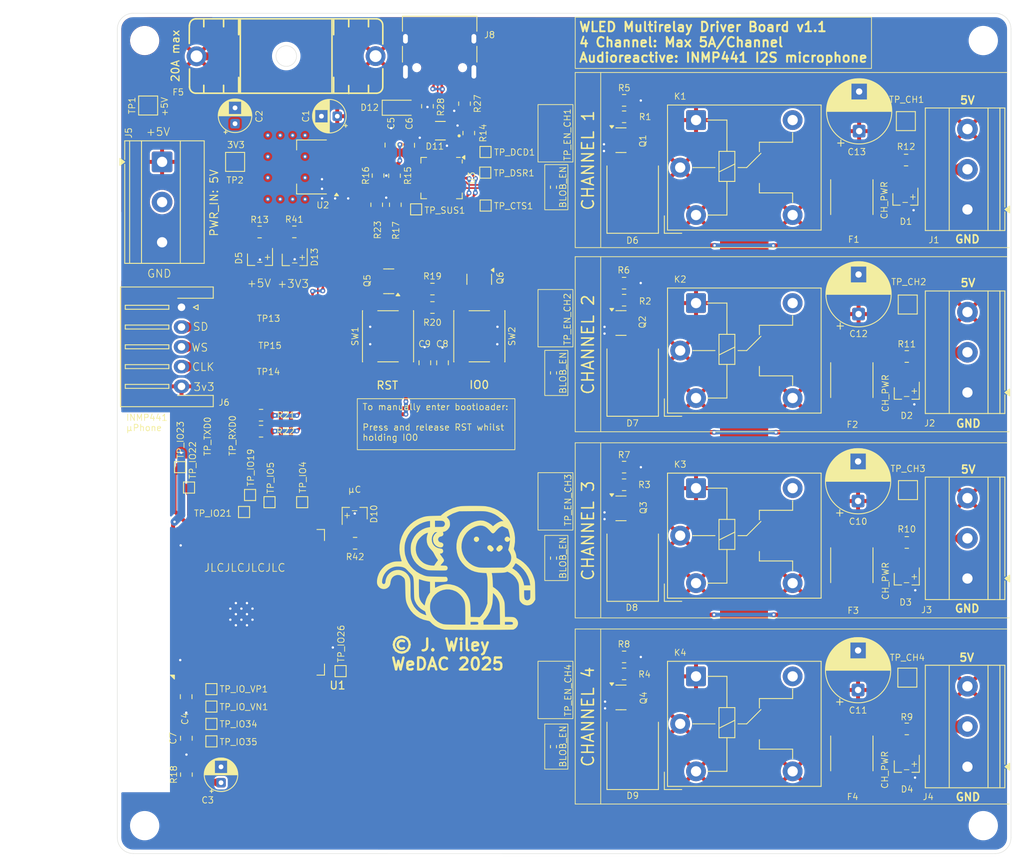
<source format=kicad_pcb>
(kicad_pcb (version 20241229) (generator "pcbnew") (generator_version "9.0")
  (title_block (title "WLED WS2812B 4 CHANNEL") (date "2025-06-17") (rev "v1.1") (company "WeDAC"))
  (layers (0 "F.Cu" signal) (2 "B.Cu" signal) (13 "F.Paste" user) (15 "B.Paste" user) (5 "F.SilkS" user "F.Silkscreen") (7 "B.SilkS" user "B.Silkscreen") (1 "F.Mask" user) (3 "B.Mask" user) (25 "Edge.Cuts" user))
  (net 0 "")
  (net 1 "GND")
  (net 2 "+5V")
  (net 3 "+3V3")
  (net 4 "EN")
  (net 5 "IO0")
  (net 6 "/CH_3_5v_FUSED")
  (net 7 "/CH_4_5v_FUSED")
  (net 8 "/CH_2_5v_FUSED")
  (net 9 "/CH_1_5v_FUSED")
  (net 10 "Net-(D1-Pad2)")
  (net 13 "Net-(D2-Pad2)")
  (net 14 "Net-(D3-Pad2)")
  (net 16 "Net-(D4-Pad2)")
  (net 19 "Net-(D5-Pad2)")
  (net 20 "Net-(D6-A)")
  (net 21 "Net-(D7-A)")
  (net 22 "Net-(D8-A)")
  (net 23 "Net-(D9-A)")
  (net 25 "Net-(D10-Pad2)")
  (net 27 "USB_D-")
  (net 28 "USB_D+")
  (net 29 "USB_5V")
  (net 31 "Net-(D13-Pad2)")
  (net 33 "5v_CH_1")
  (net 34 "5v_CH_2")
  (net 35 "5v_CH_3")
  (net 36 "5v_CH_4")
  (net 37 "CH_1_DAT")
  (net 38 "CH_2_DAT")
  (net 39 "CH_3_DAT")
  (net 40 "CH_4_DAT")
  (net 42 "I2S_WS")
  (net 43 "I2S_SD")
  (net 44 "I2S_BCLK")
  (net 45 "Net-(J8-CC2)")
  (net 46 "Net-(J8-CC1)")
  (net 51 "Net-(Q3-B)")
  (net 52 "Net-(Q4-B)")
  (net 53 "Net-(Q5-B)")
  (net 54 "RTS")
  (net 55 "Net-(Q6-B)")
  (net 56 "DTR")
  (net 57 "Net-(U3-~{RI}{slash}CLK)")
  (net 58 "Net-(U3-VBUS)")
  (net 59 "Net-(U3-~{SUSPEND})")
  (net 60 "TXD")
  (net 61 "TXD0")
  (net 62 "RXD0")
  (net 63 "RXD")
  (net 64 "Net-(U3-~{RST})")
  (net 65 "Net-(U3-~{CTS})")
  (net 66 "Net-(U3-~{DSR})")
  (net 67 "Net-(U3-~{DCD})")
  (net 68 "Net-(U1-IO4)")
  (net 69 "Net-(U1-IO5)")
  (net 70 "Net-(U1-IO34)")
  (net 71 "Net-(U1-IO35)")
  (net 72 "Net-(U1-SENSOR_VN)")
  (net 73 "Net-(U1-SENSOR_VP)")
  (net 74 "uC_GOOD")
  (net 93 "5V_FUSED")
  (net 96 "Net-(Q1-B)")
  (net 97 "Net-(Q2-B)")
  (net 98 "CH_1_EN")
  (net 99 "CH_2_EN")
  (net 100 "CH_3_EN")
  (net 101 "CH_4_EN")
  (net 102 "Net-(U1-IO19)")
  (net 103 "Net-(U1-IO21)")
  (net 104 "Net-(U1-IO22)")
  (net 105 "Net-(U1-IO23)")
  (net 106 "Net-(U1-IO12)")
  (net 107 "Net-(U3-SUSPEND)")
  (net 108 "Net-(R1-Pad1)")
  (net 109 "Net-(R2-Pad1)")
  (net 110 "Net-(R26-Pad2)")
  (net 111 "Net-(R29-Pad2)")
  (footprint "SMD_LEDS_CUSTOM:LED_Single_SOT23_Lumex" (layer "F.Cu") (at 190.58 112.42 -90)
    (property "Reference" "D10")
    (property "Value" "uC_GOOD_LED")
  )
  (footprint "Capacitor_THT:CP_Radial_D8.0mm_P5.00mm" (layer "F.Cu") (at 254.15 110.862485 90)
    (property "Reference" "C10")
    (property "Value" "470uF")
  )
  (footprint "Capacitor_THT:CP_Radial_D4.0mm_P2.00mm" (layer "F.Cu") (at 175.47 63.185199 90)
    (property "Reference" "C2")
    (property "Value" "22uF")
  )
  (footprint "Capacitor_THT:CP_Radial_D8.0mm_P5.00mm" (layer "F.Cu") (at 254.21 87.239669 90)
    (property "Reference" "C12")
    (property "Value" "470uF")
  )
  (footprint "MountingHole:MountingHole_3.2mm_M3" (layer "F.Cu") (at 164.06 52.68)
    (property "Reference" "H1" (hide yes))
    (property "Value" "MountingHole")
  )
  (footprint "Resistor_SMD:R_0805_2012Metric" (layer "F.Cu") (at 224.6 106.579834)
    (property "Reference" "R7")
    (property "Value" "100K")
  )
  (footprint "TESTPOINT_SMD:TESTPOINT_SMD_HARWIN_EZ_BOARDWARE_3.45X1.85mm" (layer "F.Cu") (at 215.75 64.60269 90)
    (property "Reference" "TP_EN_CH1")
    (property "Value" "TP_CH_1_Q")
  )
  (footprint "SMD_LEDS_CUSTOM:LED_Single_SOT23_Lumex" (layer "F.Cu") (at 260.3 97.249669 90)
    (property "Reference" "D2")
    (property "Value" "CH_2_LED")
  )
  (footprint "CUSTOM_DIODES:TVS_TPD4E1B06DCKR" (layer "F.Cu") (at 201.4 64.07 180)
    (property "Reference" "D11")
    (property "Value" "TPD4E1B06DCKR")
  )
  (footprint "TestPoint:TestPoint_Pad_1.0x1.0mm" (layer "F.Cu") (at 207.1 66.76)
    (property "Reference" "TP_DCD1")
    (property "Value" "DCD")
  )
  (footprint "Button_Switch_SMD:SW_SPST_PTS645" (layer "F.Cu") (at 206.321595 90.047172 90)
    (property "Reference" "SW2")
    (property "Value" "SW_IO0")
  )
  (footprint "Resistor_SMD:R_0805_2012Metric" (layer "F.Cu") (at 224.6 85.489669 180)
    (property "Reference" "R2")
    (property "Value" "220")
  )
  (footprint "Package_TO_SOT_SMD:SOT-23" (layer "F.Cu") (at 224.2075 65.269503)
    (property "Reference" "Q1")
    (property "Value" "SS8050")
  )
  (footprint "Capacitor_SMD:C_0805_2012Metric" (layer "F.Cu") (at 169.3 135.585 -90)
    (property "Reference" "C4")
    (property "Value" "0.1uF")
  )
  (footprint "JIMS_MCUS:ESP32-WROOM-32E-0.3VIAS" (layer "F.Cu") (at 173.815 123.66 90)
    (property "Reference" "U1")
    (property "Value" "ESP32-WROOM-32E")
  )
  (footprint "Fuse:Fuse_2920_7451Metric" (layer "F.Cu") (at 253.36 142.7525 90)
    (property "Reference" "F4")
    (property "Value" "CH_4_FUSE")
  )
  (footprint "Capacitor_THT:CP_Radial_D8.0mm_P5.00mm" (layer "F.Cu") (at 254.15 134.74 90)
    (property "Reference" "C11")
    (property "Value" "470uF")
  )
  (footprint "Resistor_SMD:R_0805_2012Metric" (layer "F.Cu") (at 195.7125 73.43 90)
    (property "Reference" "R17")
    (property "Value" "10K")
  )
  (footprint "TestPoint:TestPoint_Pad_2.0x2.0mm" (layer "F.Cu") (at 260.42 86.036336)
    (property "Reference" "TP_CH2")
    (property "Value" "TP_CH_2_5V")
  )
  (footprint "Resistor_SMD:R_0805_2012Metric" (layer "F.Cu") (at 200.399095 84.082172 180)
    (property "Reference" "R19")
    (property "Value" "10K")
  )
  (footprint "TESTPOINT_SMD:TESTPOINT_SMD_HARWIN_EZ_BOARDWARE_3.45X1.85mm" (layer "F.Cu") (at 171.89968 107.11269 90)
    (property "Reference" "TP_TXD0")
    (property "Value" "TP_TXD")
  )
  (footprint "TESTPOINT_SMD:TESTPOINT_SMD_HARWIN_EZ_BOARDWARE_3.45X1.85mm" (layer "F.Cu") (at 175.10968 107.11269 90)
    (property "Reference" "TP_RXD0")
    (property "Value" "TP_RXD")
  )
  (footprint "Resistor_SMD:R_0805_2012Metric" (layer "F.Cu") (at 224.6 130.56 180)
    (property "Reference" "R8")
    (property "Value" "100K")
  )
  (footprint "Resistor_SMD:R_0805_2012Metric" (layer "F.Cu") (at 204.45 60.655 -90)
    (property "Reference" "R27")
    (property "Value" "5k1")
  )
  (footprint "Resistor_SMD:R_0805_2012Metric" (layer "F.Cu") (at 224.6 62.319503 180)
    (property "Reference" "R1")
    (property "Value" "220")
  )
  (footprint "TestPoint:TestPoint_Pad_2.0x2.0mm" (layer "F.Cu") (at 260.37 133.18)
    (property "Reference" "TP_CH4")
    (property "Value" "TP_CH_4_5V")
  )
  (footprint "TerminalBlock_Phoenix:TerminalBlock_Phoenix_MKDS-1,5-3-5.08_1x03_P5.08mm_Horizontal" (layer "F.Cu") (at 267.96 144.435 90)
    (property "Reference" "J4")
    (property "Value" "CH_4")
  )
  (footprint "Connector_USB:USB_C_Receptacle_HRO_TYPE-C-31-M-12" (layer "F.Cu") (at 201.31 53.505 180)
    (property "Reference" "J8")
    (property "Value" "USB_C_Receptacle_USB2.0_16P")
  )
  (footprint "TestPoint:TestPoint_Pad_1.0x1.0mm" (layer "F.Cu") (at 168.53 106.58)
    (property "Reference" "TP_IO23")
    (property "Value" "IO23")
  )
  (footprint "Fuse:Fuse_2920_7451Metric" (layer "F.Cu") (at 253.36 72.464503 90)
    (property "Reference" "F1")
    (property "Value" "CH_1_FUSE")
  )
  (footprint "TestPoint:TestPoint_Pad_1.0x1.0mm" (layer "F.Cu") (at 207.07 69.37 90)
    (property "Reference" "TP_DSR1")
    (property "Value" "DSR")
  )
  (footprint "Resistor_SMD:R_0805_2012Metric" (layer "F.Cu") (at 193.36 73.43 -90)
    (property "Reference" "R23")
    (property "Value" "2K")
  )
  (footprint "TerminalBlock_Phoenix:TerminalBlock_Phoenix_MKDS-1,5-3-5.08_1x03_P5.08mm_Horizontal" (layer "F.Cu") (at 166.26 68.01 -90)
    (property "Reference" "J5")
    (property "Value" "PWR_IN")
  )
  (footprint "Package_TO_SOT_SMD:SOT-223-3_TabPin2" (layer "F.Cu") (at 185.16 68.655 180)
    (property "Reference" "U2")
    (property "Value" "AMS1117-3.3")
  )
  (footprint "Diode_SMD:D_SMC" (layer "F.Cu") (at 225.685 118.626917 90)
    (property "Reference" "D8")
    (property "Value" "D")
  )
  (footprint "MountingHole:MountingHole_3.2mm_M3" (layer "F.Cu") (at 164.06 151.88)
    (property "Reference" "H3" (hide yes))
    (property "Value" "MountingHole")
  )
  (footprint "SMD_LEDS_CUSTOM:LED_Single_SOT23_Lumex" (layer "F.Cu") (at 183.01 80.37 90)
    (property "Reference" "D13")
    (property "Value" "3V3_GOOD_LED")
  )
  (footprint "Resistor_SMD:R_0805_2012Metric" (layer "F.Cu") (at 178.573793 76.874412)
    (property "Reference" "R13")
    (property "Value" "170")
  )
  (footprint "Capacitor_SMD:C_0805_2012Metric" (layer "F.Cu") (at 195.15 65.89 90)
    (property "Reference" "C5")
    (property "Value" "4.7uF")
  )
  (footprint "TestPoint:TestPoint_Pad_1.0x1.0mm" (layer "F.Cu") (at 172.485 134.63 180)
    (property "Reference" "TP_IO_VP1")
    (property "Value" "SENSOR_VP")
  )
  (footprint "Resistor_SMD:R_0805_2012Metric" (layer "F.Cu") (at 260.3 92.599669 180)
    (property "Reference" "R11")
    (property "Value" "170")
  )
  (footprint "Relay_THT:Relay_SPDT_Hongfa_JQC-3FF_0XX-1Z" (layer "F.Cu") (at 233.685 133.0175)
    (property "Reference" "K4")
    (property "Value" "RELAY_4")
  )
  (footprint "Capacitor_THT:CP_Radial_D8.0mm_P5.00mm" (layer "F.Cu") (at 254.285 64.124503 90)
    (property "Reference" "C13")
    (property "Value" "470uF")
  )
  (footprint "Resistor_SMD:R_0402_1005Metric" (layer "F.Cu") (at 215.68 141.9 90)
    (property "Reference" "R29" (hide yes))
    (property "Value" "0")
  )
  (footprint "Resistor_SMD:R_0805_2012Metric" (layer "F.Cu") (at 224.6 108.809834 180)
    (property "Reference" "R3")
    (property "Value" "220")
  )
  (footprint "Package_DFN_QFN:QFN-28-1EP_5x5mm_P0.5mm_EP3.35x3.35mm" (layer "F.Cu") (at 201.55 70.055 -90)
    (property "Reference" "U3")
    (property "Value" "CP2102N-Axx-xQFN28")
  )
  (footprint "TestPoint:TestPoint_Pad_1.0x1.0mm" (layer "F.Cu") (at 183.95 111.01)
    (property "Reference" "TP_IO4")
    (property "Value" "IO34")
  )
  (footprint "Relay_THT:Relay_SPDT_Hongfa_JQC-3FF_0XX-1Z" (layer "F.Cu") (at 233.685 62.729503)
    (property "Reference" "K1")
    (property "Value" "RELAY_1")
  )
  (footprint "TestPoint:TestPoint_Pad_1.0x1.0mm" (layer "F.Cu") (at 179.825 111.01)
    (property "Reference" "TP_IO5")
    (property "Value" "IO35")
  )
  (footprint "Package_TO_SOT_SMD:SOT-23" (layer "F.Cu") (at 206.309095 82.847172 -90)
    (property "Reference" "Q6")
    (property "Value" "SS8050")
  )
  (footprint "Resistor_SMD:R_0402_1005Metric" (layer "F.Cu") (at 215.69 94.68 90)
    (property "Reference" "R25" (hide yes))
    (property "Value" "0")
  )
  (footprint "TestPoint:TestPoint_Pad_1.0x1.0mm" (layer "F.Cu") (at 188.8 132.36)
    (property "Reference" "TP_IO26")
    (property "Value" "IO26")
  )
  (footprint "Fuse:Fuse_2920_7451Metric" (layer "F.Cu") (at 253.36 95.586336 90)
    (property "Reference" "F2")
    (property "Value" "CH_2_FUSE")
  )
  (footprint "Package_TO_SOT_SMD:SOT-23" (layer "F.Cu") (at 194.8775 83.1 180)
    (property "Reference" "Q5")
    (property "Value" "SS8050")
  )
  (footprint "TESTPOINT_SMD:TESTPOINT_SMD_HARWIN_EZ_BOARDWARE_3.45X1.85mm" (layer "F.Cu") (at 215.75 88.16269 90)
    (property "Reference" "TP_EN_CH2")
    (property "Value" "TP_CH_2_Q")
  )
  (footprint "MountingHole:MountingHole_3.2mm_M3" (layer "F.Cu") (at 269.96 151.88)
    (property "Reference" "H4" (hide yes))
    (property "Value" "MountingHole")
  )
  (footprint "SMD_LEDS_CUSTOM:LED_Single_SOT23_Lumex" (layer "F.Cu") (at 260.3 144.39 90)
    (property "Reference" "D4")
    (property "Value" "CH_4_LED")
  )
  (footprint "TestPoint:TestPoint_Pad_2.0x2.0mm" (layer "F.Cu") (at 260.18 62.86)
    (property "Reference" "TP_CH1")
    (property "Value" "TP_CH_1_5V")
  )
  (footprint "Relay_THT:Relay_SPDT_Hongfa_JQC-3FF_0XX-1Z" (layer "F.Cu") (at 233.685 109.236917)
    (property "Reference" "K3")
    (property "Value" "RELAY_3")
  )
  (footprint "TestPoint:TestPoint_Pad_1.0x1.0mm" (layer "F.Cu") (at 172.485 141.23 90)
    (property "Reference" "TP_IO35")
    (property "Value" "IO35")
  )
  (footprint "Resistor_SMD:R_0805_2012Metric" (layer "F.Cu") (at 260.208708 67.780091 180)
    (property "Reference" "R12")
    (property "Value" "170")
  )
  (footprint "TestPoint:TestPoint_Pad_2.0x2.0mm" (layer "F.Cu") (at 164.5 60.89 180)
    (property "Reference" "TP1")
    (property "Value" "TP_5V")
  )
  (footprint "TESTPOINT_SMD:TESTPOINT_SMD_HARWIN_EZ_BOARDWARE_3.45X1.85mm" (layer "F.Cu") (at 175.73769 94.555 180)
    (property "Reference" "TP14")
    (property "Value" "TP_I2S_BCLK")
  )
  (footprint "Resistor_SMD:R_0805_2012Metric" (layer "F.Cu") (at 260.3 116.099834)
    (property "Reference" "R10")
    (property "Value" "170R")
  )
  (footprint "TestPoint:TestPoint_Pad_1.0x1.0mm" (layer "F.Cu") (at 169.66 109.16)
    (property "Reference" "TP_IO22")
    (property "Value" "IO22")
  )
  (footprint "TestPoint:TestPoint_Pad_1.0x1.0mm" (layer "F.Cu") (at 172.485 136.83 90)
    (property "Reference" "TP_IO_VN1")
    (property "Value" "SENSOR_VN")
  )
  (footprint "Diode_SMD:D_SMC" (layer "F.Cu") (at 225.685 95.241336 90)
    (property "Reference" "D7")
    (property "Value" "D")
  )
  (footprint "TerminalBlock_Phoenix:TerminalBlock_Phoenix_MKDS-1,5-3-5.08_1x03_P5.08mm_Horizontal" (layer "F.Cu") (at 267.96 74.024503 90)
    (property "Reference" "J1")
    (property "Value" "CH_1")
  )
  (footprint "Resistor_SMD:R_0805_2012Metric" (layer "F.Cu") (at 224.6 132.71 180)
    (property "Reference" "R4")
    (property "Value" "220")
  )
  (footprint "Resistor_SMD:R_0805_2012Metric" (layer "F.Cu") (at 204.99 64.37 90)
    (property "Reference" "R14")
    (property "Value" "2K")
  )
  (footprint "Capacitor_SMD:C_0805_2012Metric" (layer "F.Cu") (at 199.440532 93.397172 90)
    (property "Reference" "C9")
    (property "Value" "0.1uF")
  )
  (footprint "Button_Switch_SMD:SW_SPST_PTS645" (layer "F.Cu") (at 194.79 90.047172 -90)
    (property "Reference" "SW1")
    (property "Value" "SW_EN")
  )
  (footprint "MountingHole:MountingHole_3.2mm_M3" (layer "F.Cu") (at 269.96 52.68)
    (property "Reference" "H2" (hide yes))
    (property "Value" "MountingHole")
  )
  (footprint "Relay_THT:Relay_SPDT_Hongfa_JQC-3FF_0XX-1Z" (layer "F.Cu") (at 233.685 85.851336)
    (property "Reference" "K2")
    (property "Value" "RELAY_2")
  )
  (footprint "Resistor_SMD:R_0805_2012Metric" (layer "F.Cu") (at 182.96 76.855)
    (property "Reference" "R41")
    (property "Value" "170R")
  )
  (footprint "TestPoint:TestPoint_Pad_1.0x1.0mm" (layer "F.Cu") (at 207.12 73.53 90)
    (property "Reference" "TP_CTS1")
    (property "Value" "CTS")
  )
  (footprint "Resistor_SMD:R_0805_2012Metric" (layer "F.Cu") (at 193.53 69.74 -90)
    (property "Reference" "R15")
    (property "Value" "47K5")
  )
  (footprint "Resistor_SMD:R_0805_2012Metric" (layer "F.Cu") (at 169.33 145.43 90)
    (property "Reference" "R18")
    (property "Value" "10K")
  )
  (footprint "Resistor_SMD:R_0805_2012Metric" (layer "F.Cu") (at 200.399095 86.407172)
    (property "Reference" "R20")
    (property "Value" "10K")
  )
  (footprint "Resistor_SMD:R_0805_2012Metric" (layer "F.Cu") (at 224.6 83.339669)
    (property "Reference" "R6")
    (property "Value" "100K")
  )
  (footprint "Diode_SMD:Nexperia_CFP3_SOD-123W" (layer "F.Cu") (at 196.32 61.17)
    (property "Reference" "D12")
    (property "Value" "USB_DIODE")
  )
  (footprint "SMD_LEDS_CUSTOM:LED_Single_SOT23_Lumex" (layer "F.Cu") (at 260.3 120.719834 90)
    (property "Reference" "D3")
    (property "Value" "CH_3_LED")
  )
  (footprint "Capacitor_SMD:C_0805_2012Metric" (layer "F.Cu") (at 201.671063 93.397172 90)
    (property "Reference" "C8")
    (property "Value" "0.1uF")
  )
  (footprint "Resistor_SMD:R_0402_1005Metric" (layer "F.Cu") (at 215.69 118.08 90)
    (property "Reference" "R26" (hide yes))
    (property "Value" "0")
  )
  (footprint "TerminalBlock_Phoenix:TerminalBlock_Phoenix_MKDS-1,5-3-5.08_1x03_P5.08mm_Horizontal" (layer "F.Cu") (at 267.96 120.654417 90)
    (property "Reference" "J3")
    (property "Value" "CH_3")
  )
  (footprint "Resistor_SMD:R_0805_2012Metric" (layer "F.Cu") (at 190.63 116.195 180)
    (property "Reference" "R42")
    (property "Value" "170R")
  )
  (footprint "Package_TO_SOT_SMD:SOT-23" (layer "F.Cu") (at 224.2075 88.369669)
    (property "Reference" "Q2")
    (property "Value" "SS8050")
  )
  (footprint "Capacitor_SMD:C_0805_2012Metric" (layer "F.Cu") (at 169.325 140.835 90)
    (property "Reference" "C7")
    (property "Value" "0.1uF")
  )
  (footprint "Resistor_SMD:R_0805_2012Metric" (layer "F.Cu") (at 195.61 69.76 90)
    (property "Reference" "R16")
    (property "Value" "22K1")
  )
  (footprint "TestPoint:TestPoint_Pad_2.0x2.0mm" (layer "F.Cu") (at 260.45 109.483167)
    (property "Reference" "TP_CH3")
    (property "Value" "TP_CH_3_5V")
  )
  (footprint "Capacitor_THT:CP_Radial_D4.0mm_P2.00mm" (layer "F.Cu") (at 188.38 62.24 180)
    (property "Reference" "C1")
    (property "Value" "22uF")
  )
  (footprint "TestPoint:TestPoint_Pad_1.0x1.0mm" (layer "F.Cu") (at 198.34 74.01 90)
    (property "Reference" "TP_SUS1")
    (property "Value" "SUS")
  )
  (footprint "SMD_LEDS_CUSTOM:LED_Single_SOT23_Lumex" (layer "F.Cu") (at 260.121208 72.730091 90)
    (property "Reference" "D1")
    (property "Value" "CH_1_LED")
  )
  (footprint "Resistor_SMD:R_0805_2012Metric" (layer "F.Cu") (at 178.7525 100.02)
    (property "Reference" "R21")
    (property "Value" "0")
  )
  (footprint "Fuse:Fuse_2920_7451Metric" (layer "F.Cu") (at 253.36 118.971917 90)
    (property "Reference" "F3")
    (property "Value" "CH_3_FUSE")
  )
  (footprint "TestPoint:TestPoint_Pad_2.0x2.0mm" (layer "F.Cu") (at 175.48 68.01 180)
    (property "Reference" "TP2")
    (property "Value" "TP_3V3")
  )
  (footprint "TestPoint:TestPoint_Pad_1.0x1.0mm" (layer "F.Cu") (at 172.485 139.03 90)
    (property "Reference" "TP_IO34")
    (property "Value" "IO34")
  )
  (footprint "Connector_JST:JST_XH_S5B-XH-A-1_1x05_P2.50mm_Horizontal" (layer "F.Cu") (at 168.71 86.38 -90)
    (property "Reference" "J6")
    (property "Value" "uPhone")
  )
  (footprint "TESTPOINT_SMD:TESTPOINT_SMD_HARWIN_EZ_BOARDWARE_3.45X1.85mm" (layer "F.Cu") (at 175.73769 87.90532 180)
    (property "Reference" "TP13")
    (property "Value" "TP_I2S_SD")
  )
  (footprint "Resistor_SMD:R_0805_2012Metric" (layer "F.Cu") (at 199.77 60.98 -90)
    (property "Reference" "R28")
    (property "Value" "5k1")
  )
  (footprint "SMD_LEDS_CUSTOM:LED_Single_SOT23_Lumex" (layer "F.Cu") (at 178.623793 80.349412 90)
    (property "Reference" "D5")
    (property "Value" "5V_GOOD_LED")
  )
  (footprint "Diode_SMD:D_SMC" (layer "F.Cu") (at 225.685 142.4075 90)
    (property "Reference" "D9")
    (property "Value" "D")
  )
  (footprint "TestPoint:TestPoint_Pad_1.0x1.0mm" (layer "F.Cu") (at 176.61 112.25)
    (property "Reference" "TP_IO21")
    (property "Value" "IO21")
  )
  (footprint "TESTPOINT_SMD:TESTPOINT_SMD_HARWIN_EZ_BOARDWARE_3.45X1.85mm" (layer "F.Cu") (at 215.74778 134.89269 90)
    (property "Reference" "TP_EN_CH4")
    (property "Value" "TP_CH_4_Q")
  )
  (footprint "Resistor_SMD:R_0805_2012Metric" (layer "F.Cu") (at 260.3 139.66 180)
    (property "Reference" "R9")
    (property "Value" "170R")
  )
  (footprint "Resistor_SMD:R_0805_2012Metric" (layer "F.Cu") (at 178.7525 102.045)
    (property "Reference" "R22")
    (property "Value" "0")
  )
  (footprint "TESTPOINT_SMD:TESTPOINT_SMD_HARWIN_EZ_BOARDWARE_3.45X1.85mm" (layer "F.Cu") (at 215.75 111.01 90)
    (property "Reference" "TP_EN_CH3")
    (property "Value" "TP_CH_3_Q")
  )
  (footprint "TESTPOINT_SMD:TESTPOINT_SMD_HARWIN_EZ_BOARDWARE_3.45X1.85mm" (layer "F.Cu") (at 175.73769 91.23016 180)
    (property "Reference" "TP15")
    (property "Value" "TP_I2S_WS")
  )
  (footprint "Fuseholder_PCB_Mount:Wurth_696_Fuseholder" (layer "F.Cu") (at 169.6455 59.447)
    (property "Reference" "F5")
    (property "Value" "10A")
    (fp_circle (center 12.2936 -4.805438) (end 13.593838 -4.805438) (stroke (width 0.05)) (fill no) (layer "Edge.Cuts"))
  )
  (footprint "Resistor_SMD:R_0805_2012Metric" (layer "F.Cu") (at 224.6 60.239183)
    (property "Reference" "R5")
    (property "Value" "100K")
  )
  (footprint "CUSTOM_LOGOS:Monkey_20x20" (layer "F.Cu") (at 203.37747 119.292437)
    (property "Reference" "G***" (hide yes))
    (property "Value" "LOGO" (hide yes))
  )
  (footprint "Diode_SMD:D_SMC" (layer "F.Cu") (at 225.685 72.119503 90)
    (property "Reference" "D6")
    (property "Value" "D")
  )
  (footprint "TestPoint:TestPoint_Pad_1.0x1.0mm" (layer "F.Cu") (at 177.37 110.1)
    (property "Reference" "TP_IO19")
    (property "Value" "IO19")
  )
  (footprint "Package_TO_SOT_SMD:SOT-23" (layer "F.Cu") (at 224.2075 135.68)
    (property "Reference" "Q4")
    (property "Value" "SS8050")
  )
  (footprint "Capacitor_SMD:C_0805_2012Metric" (layer "F.Cu") (at 197.4 65.915 90)
    (property "Reference" "C6")
    (property "Value" "0.1uF")
  )
  (footprint "Capacitor_THT:CP_Radial_D4.0mm_P2.00mm" (layer "F.Cu") (at 173.7 146.452599 90)
    (property "Reference" "C3")
    (property "Value" "22uF")
  )
  (footprint "Package_TO_SOT_SMD:SOT-23" (layer "F.Cu") (at 224.2075 111.789834)
    (property "Reference" "Q3")
    (property "Value" "SS8050")
  )
  (footprint "TerminalBlock_Phoenix:TerminalBlock_Phoenix_MKDS-1,5-3-5.08_1x03_P5.08mm_Horizontal" (layer "F.Cu") (at 267.96 97.146336 90)
    (property "Reference" "J2")
    (property "Value" "CH_2")
  )
  (footprint "Resistor_SMD:R_0402_1005Metric" (layer "F.Cu") (at 215.68 71.21 90)
    (property "Reference" "R24" (hide yes))
    (property "Value" "0")
  )
  (gr_line (start 218.43 78.839503) (end 273.24 78.839503) (stroke (width 0.1)) (layer "F.SilkS"))
  (gr_line (start 221.65 149.14) (end 221.65 127.02) (stroke (width 0.1)) (layer "F.SilkS"))
  (gr_line (start 221.65 125.619834) (end 221.65 103.499834) (stroke (width 0.1)) (layer "F.SilkS"))
  (gr_rect (start 213.73 60.775) (end 218.14 68.025) (stroke (width 0.1)) (fill no) (layer "F.SilkS"))
  (gr_line (start 218.43 103.509834) (end 218.43 125.629834) (stroke (width 0.1)) (layer "F.SilkS"))
  (gr_line (start 272.94 79.989669) (end 218.43 79.989669) (stroke (width 0.1)) (layer "F.SilkS"))
  (gr_line (start 218.43 127.03) (end 218.43 149.15) (stroke (width 0.1)) (layer "F.SilkS"))
  (gr_rect (start 214.58 139.04) (end 217.5 144.74) (stroke (width 0.1)) (fill no) (layer "F.SilkS"))
  (gr_line (start 218.43 125.629834) (end 273.24 125.629834) (stroke (width 0.1)) (layer "F.SilkS"))
  (gr_rect (start 213.73 131.11) (end 218.14 138.36) (stroke (width 0.1)) (fill no) (layer "F.SilkS"))
  (gr_rect (start 214.58 68.36) (end 217.5 74.06) (stroke (width 0.1)) (fill no) (layer "F.SilkS"))
  (gr_line (start 272.94 103.509834) (end 218.43 103.509834) (stroke (width 0.1)) (layer "F.SilkS"))
  (gr_line (start 221.65 102.099669) (end 221.65 79.979669) (stroke (width 0.1)) (layer "F.SilkS"))
  (gr_line (start 218.43 56.719503) (end 218.43 78.839503) (stroke (width 0.1)) (layer "F.SilkS"))
  (gr_rect (start 213.73 107.28) (end 218.14 114.53) (stroke (width 0.1)) (fill no) (layer "F.SilkS"))
  (gr_line (start 272.94 127.03) (end 218.43 127.03) (stroke (width 0.1)) (layer "F.SilkS"))
  (gr_line (start 218.43 102.109669) (end 273.24 102.109669) (stroke (width 0.1)) (layer "F.SilkS"))
  (gr_rect (start 190.91 97.93) (end 210.81 104.38) (stroke (width 0.1)) (fill no) (layer "F.SilkS"))
  (gr_rect (start 214.58 91.83) (end 217.5 97.53) (stroke (width 0.1)) (fill no) (layer "F.SilkS"))
  (gr_line (start 272.94 56.719503) (end 218.43 56.719503) (stroke (width 0.1)) (layer "F.SilkS"))
  (gr_line (start 221.65 78.829503) (end 221.65 56.709503) (stroke (width 0.1)) (layer "F.SilkS"))
  (gr_line (start 218.43 149.15) (end 273.24 149.15) (stroke (width 0.1)) (layer "F.SilkS"))
  (gr_rect (start 218.43 49.73) (end 255.84 56.20676) (stroke (width 0.1)) (fill no) (layer "F.SilkS"))
  (gr_rect (start 214.58 115.21) (end 217.5 120.91) (stroke (width 0.1)) (fill no) (layer "F.SilkS"))
  (gr_line (start 218.43 79.989669) (end 218.43 102.109669) (stroke (width 0.1)) (layer "F.SilkS"))
  (gr_rect (start 213.73 84.14) (end 218.14 91.39) (stroke (width 0.1)) (fill no) (layer "F.SilkS"))
  (gr_line (start 273.461361 153.377176) (end 273.463331 51.25) (stroke (width 0.05)) (layer "Edge.Cuts"))
  (gr_line (start 271.432419 49.230552) (end 162.622498 49.23001) (stroke (width 0.05)) (layer "Edge.Cuts"))
  (gr_arc (start 273.461361 153.379082) (mid 272.881913 154.816669) (end 271.45 155.41) (stroke (width 0.05)) (layer "Edge.Cuts"))
  (gr_arc (start 271.432412 49.230499) (mid 272.872907 49.81281) (end 273.463331 51.25) (stroke (width 0.05)) (layer "Edge.Cuts"))
  (gr_line (start 160.61 51.260918) (end 160.61 153.389377) (stroke (width 0.05)) (layer "Edge.Cuts"))
  (gr_arc (start 160.608639 51.260918) (mid 161.188087 49.823331) (end 162.62 49.23) (stroke (width 0.05)) (layer "Edge.Cuts"))
  (gr_line (start 162.640918 155.405) (end 271.45 155.41) (stroke (width 0.05)) (layer "Edge.Cuts"))
  (gr_arc (start 162.640918 155.401361) (mid 161.203331 154.821913) (end 160.61 153.39) (stroke (width 0.05)) (layer "Edge.Cuts"))
  (gr_text "BLOB_EN" (at 217.35 120.74 90) (layer "F.SilkS") (effects (font (size 0.8 0.8) (thickness 0.1)) (justify left bottom)))
  (gr_text "BLOB_EN" (at 217.35 144.57 90) (layer "F.SilkS") (effects (font (size 0.8 0.8) (thickness 0.1)) (justify left bottom)))
  (gr_text "IO0" (at 204.97 96.77 0) (layer "F.SilkS") (effects (font (size 1 1)) (justify left bottom)))
  (gr_text "To manually enter bootloader:\n\nPress and release RST whilst \nholding IO0" (at 191.51 103.305 0) (layer "F.SilkS") (effects (font (size 0.8 0.8) (thickness 0.1)) (justify left bottom)))
  (gr_text "+5V" (at 167.04 62.33 90) (layer "F.SilkS") (effects (font (size 0.8 0.8) (thickness 0.1)) (justify left bottom)))
  (gr_text "CH_PWR" (at 257.61 97.244669 90) (layer "F.SilkS") (effects (font (size 0.8 0.8) (thickness 0.1))))
  (gr_text "+3V3" (at 180.75 84 0) (layer "F.SilkS") (effects (font (size 1 1) (thickness 0.1)) (justify left bottom)))
  (gr_text "CHANNEL 4" (at 220.92 144.58 90) (layer "F.SilkS") (effects (font (size 1.5 1.5) (thickness 0.1875)) (justify left bottom)))
  (gr_text "+5V" (at 164.16 64.8 0) (layer "F.SilkS") (effects (font (size 1 1) (thickness 0.1)) (justify left bottom)))
  (gr_text "INMP441\nμPhone" (at 161.66 102.08 0) (layer "F.SilkS") (effects (font (size 0.8 0.8) (thickness 0.1)) (justify left bottom)))
  (gr_text "GND" (at 266.3 78.37 0) (layer "F.SilkS") (effects (font (size 1 1) (thickness 0.2) (bold yes)) (justify left bottom)))
  (gr_text "CHANNEL 2" (at 220.92 97.539669 90) (layer "F.SilkS") (effects (font (size 1.5 1.5) (thickness 0.1875)) (justify left bottom)))
  (gr_text "GND" (at 266.37 148.85 0) (layer "F.SilkS") (effects (font (size 1 1) (thickness 0.2) (bold yes)) (justify left bottom)))
  (gr_text "3v3" (at 170.16 97.03 0) (layer "F.SilkS") (effects (font (size 1 1) (thickness 0.1)) (justify left bottom)))
  (gr_text "3V3" (at 174.41 66.33 0) (layer "F.SilkS") (effects (font (size 0.8 0.8) (thickness 0.1)) (justify left bottom)))
  (gr_text "5V" (at 266.83 131.225 0) (layer "F.SilkS") (effects (font (size 1 1) (thickness 0.2) (bold yes)) (justify left bottom)))
  (gr_text "CHANNEL 3" (at 220.92 121.059834 90) (layer "F.SilkS") (effects (font (size 1.5 1.5) (thickness 0.1875)) (justify left bottom)))
  (gr_text "RST" (at 193.24 96.84 0) (layer "F.SilkS") (effects (font (size 1 1)) (justify left bottom)))
  (gr_text "JLCJLCJLCJLC" (at 171.49 119.88 0) (layer "F.SilkS") (effects (font (size 1 1) (thickness 0.1)) (justify left bottom)))
  (gr_text "CH_PWR" (at 257.53 144.83 90) (layer "F.SilkS") (effects (font (size 0.8 0.8) (thickness 0.1))))
  (gr_text "CH_PWR" (at 257.62 120.963167 90) (layer "F.SilkS") (effects (font (size 0.8 0.8) (thickness 0.1))))
  (gr_text "5V" (at 266.92 60.814503 0) (layer "F.SilkS") (effects (font (size 1 1) (thickness 0.2) (bold yes)) (justify left bottom)))
  (gr_text "5V" (at 267.02 107.46 0) (layer "F.SilkS") (effects (font (size 1 1) (thickness 0.2) (bold yes)) (justify left bottom)))
  (gr_text "BLOB_EN" (at 217.35 73.89 90) (layer "F.SilkS") (effects (font (size 0.8 0.8) (thickness 0.1)) (justify left bottom)))
  (gr_text "WS" (at 169.91 92.055 0) (layer "F.SilkS") (effects (font (size 1 1) (thickness 0.1)) (justify left bottom)))
  (gr_text "CH_PWR" (at 257.46 72.859503 90) (layer "F.SilkS") (effects (font (size 0.8 0.8) (thickness 0.1))))
  (gr_text "μC" (at 189.69 109.88 0) (layer "F.SilkS") (effects (font (size 0.8 0.8) (thickness 0.1)) (justify left bottom)))
  (gr_text "GND" (at 164.31 82.71 0) (layer "F.SilkS") (effects (font (size 1 1) (thickness 0.1)) (justify left bottom)))
  (gr_text "SD" (at 170.085 89.43 0) (layer "F.SilkS") (effects (font (size 1 1) (thickness 0.1)) (justify left bottom)))
  (gr_text "WLED Multirelay Driver Board v1.1\n4 Channel: Max 5A/Channel\nAudioreactive: INMP441 I2S microphone " (at 218.8 55.53 0) (layer "F.SilkS") (effects (font (size 1.2 1.2) (thickness 0.24) (bold yes)) (justify left bottom)))
  (gr_text "GND" (at 266.27 125.033167 0) (layer "F.SilkS") (effects (font (size 1 1) (thickness 0.2) (bold yes)) (justify left bottom)))
  (gr_text "GND" (at 266.420953 101.656336 0) (layer "F.SilkS") (effects (font (size 1 1) (thickness 0.2) (bold yes)) (justify left bottom)))
  (gr_text "CHANNEL 1" (at 220.92 74.269503 90) (layer "F.SilkS") (effects (font (size 1.5 1.5) (thickness 0.1875)) (justify left bottom)))
  (gr_text "© J. Wiley\nWeDAC 2025" (at 195.04 132.34 0) (layer "F.SilkS") (effects (font (size 1.5 1.5) (thickness 0.3) (bold yes)) (justify left bottom)))
  (gr_text "20A max" (at 167.94 54.62 90) (layer "F.SilkS") (effects (font (size 1 1))))
  (gr_text "5V" (at 266.99 83.89 0) (layer "F.SilkS") (effects (font (size 1 1) (thickness 0.2) (bold yes)) (justify left bottom)))
  (gr_text "PWR_IN: 5V" (at 173.41 77.51 90) (layer "F.SilkS") (effects (font (size 1 1) (thickness 0.125)) (justify left bottom)))
  (gr_text "+5V" (at 176.91 83.93 0) (layer "F.SilkS") (effects (font (size 1 1) (thickness 0.1)) (justify left bottom)))
  (gr_text "BLOB_EN" (at 217.35 97.36 90) (layer "F.SilkS") (effects (font (size 0.8 0.8) (thickness 0.1)) (justify left bottom)))
  (gr_text "CLK" (at 169.985 94.505 0) (layer "F.SilkS") (effects (font (size 1 1) (thickness 0.1)) (justify left bottom)))
  (segment (start 169.325 142.895) (end 169.335 142.905) (width 1) (layer "F.Cu") (net 1))
  (segment (start 169.3 137.595) (end 169.31 137.605) (width 1) (layer "F.Cu") (net 1))
  (segment (start 202.5 63.42) (end 203.57 63.42) (width 0.2) (layer "F.Cu") (net 1))
  (segment (start 225.51625 130.58) (end 226.70375 130.58) (width 1) (layer "F.Cu") (net 1))
  (segment (start 199.440532 91.440532) (end 199.42 91.42) (width 1) (layer "F.Cu") (net 1))
  (segment (start 260.3 98.659669) (end 261.24 98.659669) (width 1) (layer "F.Cu") (net 1))
  (segment (start 225.5025 83.329669) (end 226.69 83.329669) (width 1) (layer "F.Cu") (net 1))
  (segment (start 201.671063 92.447172) (end 201.671063 91.481063) (width 1) (layer "F.Cu") (net 1))
  (segment (start 178.62 81.77) (end 178.62 80.365619) (width 0.5) (layer "F.Cu") (net 1))
  (segment (start 192.54 88.38) (end 192.54 90.58) (width 1) (layer "F.Cu") (net 1))
  (segment (start 202.05 69.555) (end 202.05 67.605) (width 0.2) (layer "F.Cu") (net 1))
  (segment (start 168.555 132.41) (end 168.555 130.965) (width 0.5) (layer "F.Cu") (net 1))
  (segment (start 225.5125 60.269503) (end 226.7 60.269503) (width 1) (layer "F.Cu") (net 1))
  (segment (start 190.58 110.535) (end 190.58 112.42) (width 0.5) (layer "F.Cu") (net 1))
  (segment (start 186.315 129.375) (end 187.815 129.375) (width 0.5) (layer "F.Cu") (net 1))
  (segment (start 169.3 136.535) (end 169.3 137.595) (width 1) (layer "F.Cu") (net 1))
  (segment (start 201.671063 91.481063) (end 201.66 91.47) (width 1) (layer "F.Cu") (net 1))
  (segment (start 193.53 68.8275) (end 193.6575 68.8275) (width 0.2) (layer "F.Cu") (net 1))
  (segment (start 204.45 61.5675) (end 203.1575 61.5675) (width 0.2) (layer "F.Cu") (net 1))
  (segment (start 261.24 98.659669) (end 261.25 98.649669) (width 1) (layer "F.Cu") (net 1))
  (segment (start 225.5225 106.599834) (end 226.71 106.599834) (width 1) (layer "F.Cu") (net 1))
  (segment (start 168.555 114.91) (end 168.555 116.415) (width 0.5) (layer "F.Cu") (net 1))
  (segment (start 183.01 82.06) (end 183.01 80.33) (width 0.5) (layer "F.Cu") (net 1))
  (segment (start 195.15 63.78) (end 195.18 63.75) (width 0.2) (layer "F.Cu") (net 1))
  (segment (start 197.905 57.55) (end 196.99 56.635) (width 0.5) (layer "F.Cu") (net 1))
  (segment (start 192.54 90.58) (end 192.54 93.557172) (width 1) (layer "F.Cu") (net 1))
  (segment (start 203.1575 61.5675) (end 203.15 61.56) (width 0.2) (layer "F.Cu") (net 1))
  (segment (start 195.15 64.94) (end 195.15 63.78) (width 0.2) (layer "F.Cu") (net 1))
  (segment (start 192.64 94.33) (end 192.54 94.23) (width 0.2) (layer "F.Cu") (net 1))
  (segment (start 202.05 66.15) (end 202.23 65.97) (width 0.2) (layer "F.Cu") (net 1))
  (segment (start 198.06 57.55) (end 197.905 57.55) (width 0.5) (layer "F.Cu") (net 1))
  (segment (start 201.55 70.055) (end 202.05 69.555) (width 0.2) (layer "F.Cu") (net 1))
  (segment (start 195.71625 72.55) (end 194.575791 72.55) (width 0.5) (layer "F.Cu") (net 1))
  (segment (start 192.54 86.067172) (end 192.54 88.85) (width 1) (layer "F.Cu") (net 1))
  (segment (start 226.7 60.269503) (end 226.71 60.259503) (width 1) (layer "F.Cu") (net 1))
  (segment (start 202.05 67.605) (end 202.05 66.15) (width 0.2) (layer "F.Cu") (net 1))
  (segment (start 199.77 61.8925) (end 199.77 61.08) (width 0.2) (layer "F.Cu") (net 1))
  (segment (start 260.42 122.149834) (end 261.36 122.149834) (width 1) (layer "F.Cu") (net 1))
  (segment (start 204.56 57.55) (end 204.715 57.55) (width 0.5) (layer "F.Cu") (net 1))
  (segment (start 187.815 129.375) (end 187.82 129.37) (width 0.5) (layer "F.Cu") (net 1))
  (segment (start 168.555 116.415) (end 168.61 116.47) (width 0.5) (layer "F.Cu") (net 1))
  (segment (start 199.440532 92.447172) (end 199.440532 91.440532) (width 1) (layer "F.Cu") (net 1))
  (segment (start 168.555 130.965) (end 168.55 130.96) (width 0.5) (layer "F.Cu") (net 1))
  (segment (start 204.715 57.55) (end 205.63 56.635) (width 0.5) (layer "F.Cu") (net 1))
  (segment (start 260.121208 74.140091) (end 261.136208 74.140091) (width 1) (layer "F.Cu") (net 1))
  (segment (start 169.325 141.785) (end 169.325 142.895) (width 1) (layer "F.Cu") (net 1))
  (segment (start 194.575791 72.55) (end 194.56 72.534209) (width 0.5) (layer "F.Cu") (net 1))
  (segment (start 197.4 64.965) (end 198.795 64.965) (width 0.2) (layer "F.Cu") (net 1))
  (segment (start 260.39 145.82) (end 261.33 145.82) (width 1) (layer "F.Cu") (net 1))
  (segment (start 183.01 80.33) (end 183 80.32) (width 0.5) (layer "F.Cu") (net 1))
  (segment (start 193.6575 68.8275) (end 194.57 69.74) (width 0.2) (layer "F.Cu") (net 1))
  (segment (start 198.795 64.965) (end 198.8 64.96) (width 0.2) (layer "F.Cu") (net 1))
  (segment (start 208.571595 86.067172) (end 208.571595 94.027172) (width 1) (layer "F.Cu") (net 1))
  (via (at 195.18 63.75) (size 0.6) (drill 0.3) (layers "F.Cu" "B.Cu") (net 1))
  (via (at 183 80.32) (size 0.6) (drill 0.3) (layers "F.Cu" "B.Cu") (net 1))
  (via (at 186.46 72.63) (size 0.6) (drill 0.3) (layers "F.Cu" "B.Cu") (net 1))
  (via (at 194.57 69.74) (size 0.6) (drill 0.3) (layers "F.Cu" "B.Cu") (net 1))
  (via (at 186.455 71.415) (size 0.6) (drill 0.3) (layers "F.Cu" "B.Cu") (net 1))
  (via (at 190.59 112.44) (size 0.6) (drill 0.3) (layers "F.Cu" "B.Cu") (net 1))
  (via (at 261.158708 74.117591) (size 0.6) (drill 0.3) (layers "F.Cu" "B.Cu") (net 1))
  (via (at 222.06 65.789503) (size 0.6) (drill 0.3) (layers "F.Cu" "B.Cu") (net 1))
  (via (at 192.54 88.85) (size 0.6) (drill 0.3) (layers "F.Cu" "B.Cu") (net 1))
  (via (at 198.8 64.96) (size 0.6) (drill 0.3) (layers "F.Cu" "B.Cu") (net 1))
  (via (at 203.15 61.56) (size 0.6) (drill 0.3) (layers "F.Cu" "B.Cu") (net 1))
  (via (at 178.613793 80.359412) (size 0.6) (drill 0.3) (layers "F.Cu" "B.Cu") (net 1))
  (via (at 201.66 91.47) (size 0.6) (drill 0.3) (layers "F.Cu" "B.Cu") (net 1))
  (via (at 226.72 106.589834) (size 0.6) (drill 0.3) (layers "F.Cu" "B.Cu") (net 1))
  (via (at 222.13 88.859669) (size 0.6) (drill 0.3) (layers "F.Cu" "B.Cu") (net 1))
  (via (at 192.54 91.05) (size 0.6) (drill 0.3) (layers "F.Cu" "B.Cu") (net 1))
  (via (at 188.11 72.63) (size 0.6) (drill 0.3) (layers "F.Cu" "B.Cu") (net 1))
  (via (at 261.37 122.139834) (size 0.6) (drill 0.3) (layers "F.Cu" "B.Cu") (net 1))
  (via (at 226.71 60.259503) (size 0.6) (drill 0.3) (layers "F.Cu" "B.Cu") (net 1))
  (via (at 203.57 63.42) (size 0.6) (drill 0.3) (layers "F.Cu" "B.Cu") (net 1))
  (via (at 222.2 137.06) (size 0.6) (drill 0.3) (layers "F.Cu" "B.Cu") (net 1))
  (via (at 261.25 98.649669) (size 0.6) (drill 0.3) (layers "F.Cu" "B.Cu") (net 1))
  (via (at 186.45 70.2) (size 0.6) (drill 0.3) (layers "F.Cu" "B.Cu") (net 1))
  (via (at 169.335 142.905) (size 0.6) (drill 0.3) (layers "F.Cu" "B.Cu") (net 1))
  (via (at 222.2 136.21) (size 0.6) (drill 0.3) (layers "F.Cu" "B.Cu") (net 1))
  (via (at 194.56 72.534209) (size 0.6) (drill 0.3) (layers "F.Cu" "B.Cu") (net 1))
  (via (at 189.76 72.63) (size 0.6) (drill 0.3) (layers "F.Cu" "B.Cu") (net 1))
  (via (at 222.13 112.299834) (size 0.6) (drill 0.3) (layers "F.Cu" "B.Cu") (net 1))
  (via (at 199.77 61.08) (size 0.6) (drill 0.3) (layers "F.Cu" "B.Cu") (net 1))
  (via (at 199.42 91.42) (size 0.6) (drill 0.3) (layers "F.Cu" "B.Cu") (net 1))
  (via (at 187.82 129.37) (size 0.6) (drill 0.3) (layers "F.Cu" "B.Cu") (net 1))
  (via (at 226.7 83.319669) (size 0.6) (drill 0.3) (layers "F.Cu" "B.Cu") (net 1))
  (via (at 226.71375 130.57) (size 0.6) (drill 0.3) (layers "F.Cu" "B.Cu") (net 1))
  (via (at 168.55 130.96) (size 0.6) (drill 0.3) (layers "F.Cu" "B.Cu") (net 1))
  (via (at 168.61 116.47) (size 0.6) (drill 0.3) (layers "F.Cu" "B.Cu") (net 1))
  (via (at 202.23 65.97) (size 0.6) (drill 0.3) (layers "F.Cu" "B.Cu") (net 1))
  (via (at 169.31 137.605) (size 0.6) (drill 0.3) (layers "F.Cu" "B.Cu") (net 1))
  (via (at 208.59 91.05) (size 0.6) (drill 0.3) (layers "F.Cu" "B.Cu") (net 1))
  (via (at 208.61 88.85) (size 0.6) (drill 0.3) (layers "F.Cu" "B.Cu") (net 1))
  (via (at 222.13 113.149834) (size 0.6) (drill 0.3) (layers "F.Cu" "B.Cu") (net 1))
  (via (at 222.13 89.709669) (size 0.6) (drill 0.3) (layers "F.Cu" "B.Cu") (net 1))
  (via (at 222.06 66.639503) (size 0.6) (drill 0.3) (layers "F.Cu" "B.Cu") (net 1))
  (via (at 261.34 145.81) (size 0.6) (drill 0.3) (layers "F.Cu" "B.Cu") (net 1))
  (segment (start 187.2 67.56) (end 187.14 67.56) (width 0.2) (layer "F.Cu") (net 2))
  (segment (start 190.37 66.8) (end 189.62 67.55) (width 0.2) (layer "F.Cu") (net 2))
  (segment (start 190.37 65.72) (end 194.92 61.17) (width 1) (layer "F.Cu") (net 2))
  (segment (start 186.52 66.94) (end 186.52 64.219892) (width 1) (layer "F.Cu") (net 2))
  (segment (start 189.62 67.55) (end 187.21 67.55) (width 0.2) (layer "F.Cu") (net 2))
  (segment (start 187.21 67.55) (end 187.2 67.56) (width 0.2) (layer "F.Cu") (net 2))
  (segment (start 176.970108 54.67) (end 170.6125 54.67) (width 1) (layer "F.Cu") (net 2))
  (segment (start 187.14 67.56) (end 186.52 66.94) (width 0.2) (layer "F.Cu") (net 2))
  (segment (start 186.52 64.219892) (end 176.970108 54.67) (width 1) (layer "F.Cu") (net 2))
  (segment (start 190.37 66.8) (end 190.37 65.72) (width 1) (layer "F.Cu") (net 2))
  (segment (start 206.431 62.0165) (end 204.99 63.4575) (width 0.2) (layer "F.Cu") (net 3))
  (segment (start 196.189 57.01) (end 196.189 55.753215) (width 0.2) (layer "F.Cu") (net 3))
  (segment (start 198.34 54.07) (end 204.747784 54.07) (width 0.2) (layer "F.Cu") (net 3))
  (segment (start 168.01 145.0225) (end 168.01 135.19) (width 0.5) (layer "F.Cu") (net 3))
  (segment (start 167.654 113.666) (end 167.654 128.434) (width 0.5) (layer "F.Cu") (net 3))
  (segment (start 204.747784 54.07) (end 206.431 55.753215) (width 0.2) (layer "F.Cu") (net 3))
  (segment (start 196.189 57.01) (end 196.189 61.891057) (width 0.2) (layer "F.Cu") (net 3))
  (segment (start 194.29 63.83) (end 194.08 64.04) (width 0.2) (layer "F.Cu") (net 3))
  (segment (start 196.189 55.753215) (end 196.658215 55.284) (width 0.2) (layer "F.Cu") (net 3))
  (segment (start 169.825 134.11) (end 169.3 134.635) (width 0.5) (layer "F.Cu") (net 3))
  (segment (start 168.01 135.19) (end 168.565 134.635) (width 0.5) (layer "F.Cu") (net 3))
  (segment (start 168.565 134.635) (end 169.3 134.635) (width 0.2) (layer "F.Cu") (net 3))
  (segment (start 169.825 130.605) (end 169.825 132.41) (width 0.5) (layer "F.Cu") (net 3))
  (segment (start 168.01 145.0225) (end 168.940384 145.952884) (width 0.5) (layer "F.Cu") (net 3))
  (segment (start 173.589901 146.3425) (end 173.7 146.452599) (width 0.5) (layer "F.Cu") (net 3))
  (segment (start 206.431 55.753215) (end 206.431 62.0165) (width 0.2) (layer "F.Cu") (net 3))
  (segment (start 167.654 128.434) (end 169.825 130.605) (width 0.5) (layer "F.Cu") (net 3))
  (segment (start 169.825 132.41) (end 169.825 134.11) (width 0.5) (layer "F.Cu") (net 3))
  (segment (start 181.633 76.855) (end 180.774792 77.713208) (width 1) (layer "F.Cu") (net 3))
  (segment (start 194.08 66.11) (end 194.42 66.11) (width 0.2) (layer "F.Cu") (net 3))
  (segment (start 196.658215 55.284) (end 197.126 55.284) (width 0.2) (layer "F.Cu") (net 3))
  (segment (start 180.774792 83.925208) (end 180.31 84.39) (width 1) (layer "F.Cu") (net 3))
  (segment (start 167.83 113.49) (end 167.654 113.666) (width 0.5) (layer "F.Cu") (net 3))
  (segment (start 194.29 63.790057) (end 194.29 63.83) (width 0.2) (layer "F.Cu") (net 3))
  (segment (start 168.71 104.74) (end 168.68 104.77) (width 1) (layer "F.Cu") (net 3))
  (segment (start 169.33 146.3425) (end 173.589901 146.3425) (width 0.5) (layer "F.Cu") (net 3))
  (segment (start 194.42 66.11) (end 195.15 66.84) (width 0.2) (layer "F.Cu") (net 3))
  (segment (start 197.126 55.284) (end 198.34 54.07) (width 0.2) (layer "F.Cu") (net 3))
  (segment (start 204.54 63.4375) (end 204.54 63.76) (width 0.2) (layer "F.Cu") (net 3))
  (segment (start 196.189 61.891057) (end 194.29 63.790057) (width 0.2) (layer "F.Cu") (net 3))
  (segment (start 180.774792 77.713208) (end 180.774792 83.925208) (width 1) (layer "F.Cu") (net 3))
  (segment (start 182.0475 76.855) (end 181.633 76.855) (width 1) (layer "F.Cu") (net 3))
  (segment (start 194.08 64.04) (end 194.08 66.11) (width 0.2) (layer "F.Cu") (net 3))
  (via (at 179.61 70.013333) (size 0.6) (drill 0.3) (layers "F.Cu" "B.Cu") (net 3))
  (via (at 184.31 72.73) (size 0.6) (drill 0.3) (layers "F.Cu" "B.Cu") (net 3))
  (via (at 184.31 70.013333) (size 0.6) (drill 0.3) (layers "F.Cu" "B.Cu") (net 3))
  (via (at 181.176667 64.655) (size 0.6) (drill 0.3) (layers "F.Cu" "B.Cu") (net 3))
  (via (at 182.743333 72.73) (size 0.6) (drill 0.3) (layers "F.Cu" "B.Cu") (net 3))
  (via (at 184.31 64.655) (size 0.6) (drill 0.3) (layers "F.Cu" "B.Cu") (net 3))
  (via (at 168.68 104.77) (size 0.6) (drill 0.3) (layers "F.Cu" "B.Cu") (net 3))
  (via (at 179.61 64.655) (size 0.6) (drill 0.3) (layers "F.Cu" "B.Cu") (net 3))
  (via (at 182.743333 64.655) (size 0.6) (drill 0.3) (layers "F.Cu" "B.Cu") (net 3))
  (via (at 179.61 72.73) (size 0.6) (drill 0.3) (layers "F.Cu" "B.Cu") (net 3))
  (via (at 184.31 67.346667) (size 0.6) (drill 0.3) (layers "F.Cu" "B.Cu") (net 3))
  (via (at 179.61 67.346667) (size 0.6) (drill 0.3) (layers "F.Cu" "B.Cu") (net 3))
  (via (at 167.83 113.49) (size 0.6) (drill 0.3) (layers "F.Cu" "B.Cu") (net 3))
  (via (at 181.176667 72.73) (size 0.6) (drill 0.3) (layers "F.Cu" "B.Cu") (net 3))
  (segment (start 168.68 112.64) (end 167.83 113.49) (width 1) (layer "B.Cu") (net 3))
  (segment (start 168.68 104.77) (end 168.68 112.64) (width 1) (layer "B.Cu") (net 3))
  (segment (start 171.02 141.58) (end 171.02 142.92) (width 0.5) (layer "F.Cu") (net 4))
  (segment (start 171.095 132.41) (end 171.095 138.115) (width 0.5) (layer "F.Cu") (net 4))
  (segment (start 171.02 142.92) (end 170.9275 142.92) (width 0.5) (layer "F.Cu") (net 4))
  (segment (start 186.83 106.47) (end 193.4 99.9) (width 0.5) (layer "F.Cu") (net 4))
  (segment (start 197.04 86.27) (end 195.804423 86.27) (width 0.2) (layer "F.Cu") (net 4))
  (segment (start 197.04 95.93) (end 197.05 95.94) (width 0.5) (layer "F.Cu") (net 4))
  (segment (start 197.05 95.94) (end 197.05 98.3) (width 0.5) (layer "F.Cu") (net 4))
  (segment (start 196.94 94.33) (end 197.04 94.23) (width 0.2) (layer "F.Cu") (net 4))
  (segment (start 171.095 124.785) (end 171.095 132.41) (width 0.5) (layer "F.Cu") (net 4))
  (segment (start 171.095 138.115) (end 169.325 139.885) (width 0.5) (layer "F.Cu") (net 4))
  (segment (start 170.9275 142.92) (end 169.33 144.5175) (width 0.5) (layer "F.Cu") (net 4))
  (segment (start 197.04 86.27) (end 197.04 94.23) (width 1) (layer "F.Cu") (net 4))
  (segment (start 186.83 115.247) (end 186.83 106.47) (width 0.5) (layer "F.Cu") (net 4))
  (segment (start 193.94 84.405577) (end 193.94 83.1) (width 0.2) (layer "F.Cu") (net 4))
  (segment (start 169.325 139.885) (end 171.02 141.58) (width 0.5) (layer "F.Cu") (net 4))
  (segment (start 179.3 116.58) (end 171.095 124.785) (width 0.5) (layer "F.Cu") (net 4))
  (segment (start 197.36 94.347172) (end 197.04 94.027172) (width 1) (layer "F.Cu") (net 4))
  (segment (start 197.04 95.93) (end 197.04 94.027172) (width 0.5) (layer "F.Cu") (net 4))
  (segment (start 195.804423 86.27) (end 193.94 84.405577) (width 0.2) (layer "F.Cu") (net 4))
  (segment (start 184.66 116.58) (end 179.3 116.58) (width 0.5) (layer "F.Cu") (net 4))
  (segment (start 199.440532 94.347172) (end 197.36 94.347172) (width 1) (layer "F.Cu") (net 4))
  (segment (start 184.66 116.58) (end 185.497 116.58) (width 0.5) (layer "F.Cu") (net 4))
  (segment (start 193.4 99.9) (end 197.05 99.9) (width 0.5) (layer "F.Cu") (net 4))
  (segment (start 185.497 116.58) (end 186.83 115.247) (width 0.5) (layer "F.Cu") (net 4))
  (via (at 197.05 99.9) (size 0.6) (drill 0.3) (layers "F.Cu" "B.Cu") (net 4))
  (via (at 197.05 98.3) (size 0.6) (drill 0.3) (layers "F.Cu" "B.Cu") (net 4))
  (segment (start 197.05 98.3) (end 197.05 99.9) (width 0.5) (layer "B.Cu") (net 4))
  (segment (start 203.751595 94.347172) (end 204.071595 94.027172) (width 1) (layer "F.Cu") (net 5))
  (segment (start 204.071595 86.022172) (end 206.309095 83.784672) (width 0.2) (layer "F.Cu") (net 5))
  (segment (start 201.671063 94.347172) (end 201.671063 94.839012) (width 0.5) (layer "F.Cu") (net 5))
  (segment (start 204.071595 94.027172) (end 204.071595 86.067172) (width 1) (layer "F.Cu") (net 5))
  (segment (start 192.701 99.149) (end 185.065 106.785) (width 0.5) (layer "F.Cu") (net 5))
  (segment (start 201.671063 94.839012) (end 197.361075 99.149) (width 0.5) (layer "F.Cu") (net 5))
  (segment (start 185.065 106.785) (end 185.065 114.91) (width 0.5) (layer "F.Cu") (net 5))
  (segment (start 204.071595 86.067172) (end 204.071595 86.022172) (width 0.2) (layer "F.Cu") (net 5))
  (segment (start 201.671063 94.347172) (end 203.751595 94.347172) (width 1) (layer "F.Cu") (net 5))
  (segment (start 197.361075 99.149) (end 192.701 99.149) (width 0.5) (layer "F.Cu") (net 5))
  (segment (start 261.121208 67.780091) (end 261.121208 71.290091) (width 0.5) (layer "F.Cu") (net 10))
  (segment (start 261.2125 95.822169) (end 261.25 95.859669) (width 1) (layer "F.Cu") (net 13))
  (segment (start 261.2125 92.599669) (end 261.2125 95.822169) (width 1) (layer "F.Cu") (net 13))
  (segment (start 261.2125 116.138584) (end 261.2125 119.361084) (width 1) (layer "F.Cu") (net 14))
  (segment (start 261.2125 139.85875) (end 261.2125 143.08125) (width 1) (layer "F.Cu") (net 16))
  (segment (start 179.486293 76.874412) (end 179.486293 78.871912) (width 1) (layer "F.Cu") (net 19))
  (segment (start 179.573793 76.961912) (end 179.486293 76.874412) (width 0.2) (layer "F.Cu") (net 19))
  (segment (start 179.486293 78.871912) (end 179.573793 78.959412) (width 1) (layer "F.Cu") (net 19))
  (segment (start 191.5425 115.7225) (end 189.63 113.81) (width 0.5) (layer "F.Cu") (net 25))
  (segment (start 201.06 63.745) (end 200.725 64.08) (width 0.2) (layer "F.Cu") (net 27))
  (segment (start 201.22 55.3) (end 201.92 55.3) (width 0.2) (layer "F.Cu") (net 27))
  (segment (start 201.92 55.3) (end 202.06 55.44) (width 0.2) (layer "F.Cu") (net 27))
  (segment (start 201.06 57.55) (end 201.06 63.705) (width 0.2) (layer "F.Cu") (net 27))
  (segment (start 201.06 67.565) (end 201.05 67.575) (width 0.2) (layer "F.Cu") (net 27))
  (segment (start 200.725 64.08) (end 200.3 64.08) (width 0.2) (layer "F.Cu") (net 27))
  (segment (start 201.06 55.46) (end 201.22 55.3) (width 0.2) (layer "F.Cu") (net 27))
  (segment (start 201.05 67.575) (end 201.05 67.605) (width 0.2) (layer "F.Cu") (net 27))
  (segment (start 201.06 57.55) (end 201.074309 57.535691) (width 0.2) (layer "F.Cu") (net 27))
  (segment (start 202.06 56.994309) (end 202.06 57.55) (width 0.2) (layer "F.Cu") (net 27))
  (segment (start 201.06 63.705) (end 201.06 67.565) (width 0.2) (layer "F.Cu") (net 27))
  (segment (start 202.06 55.44) (end 202.06 57.55) (width 0.2) (layer "F.Cu") (net 27))
  (segment (start 201.06 63.705) (end 201.06 63.745) (width 0.2) (layer "F.Cu") (net 27))
  (segment (start 202.074309 56.98) (end 202.06 56.994309) (width 0.2) (layer "F.Cu") (net 27))
  (segment (start 201.06 57.55) (end 201.06 55.46) (width 0.2) (layer "F.Cu") (net 27))
  (segment (start 201.56 63.78) (end 201.86 64.08) (width 0.2) (layer "F.Cu") (net 28))
  (segment (start 200.56 58.68) (end 200.56 57.55) (width 0.2) (layer "F.Cu") (net 28))
  (segment (start 201.55 67.575) (end 201.55 67.605) (width 0.2) (layer "F.Cu") (net 28))
  (segment (start 201.86 64.08) (end 202.5 64.08) (width 0.2) (layer "F.Cu") (net 28))
  (segment (start 201.56 67.565) (end 201.55 67.575) (width 0.2) (layer "F.Cu") (net 28))
  (segment (start 201.56 59.01) (end 201.56 59.09) (width 0.2) (layer "F.Cu") (net 28))
  (segment (start 200.39 58.78) (end 200.46 58.78) (width 0.2) (layer "F.Cu") (net 28))
  (segment (start 201.56 63.78) (end 201.56 67.565) (width 0.2) (layer "F.Cu") (net 28))
  (segment (start 200.56 58.523129) (end 200.56 58.68) (width 0.2) (layer "F.Cu") (net 28))
  (segment (start 200.46 58.78) (end 200.56 58.68) (width 0.2) (layer "F.Cu") (net 28))
  (segment (start 201.75 58.82) (end 201.56 59.01) (width 0.2) (layer "F.Cu") (net 28))
  (segment (start 201.56 57.55) (end 201.56 59.09) (width 0.2) (layer "F.Cu") (net 28))
  (segment (start 201.56 59.09) (end 201.56 63.78) (width 0.2) (layer "F.Cu") (net 28))
  (via (at 201.67 58.821) (size 0.6) (drill 0.3) (layers "F.Cu" "B.Cu") (net 28))
  (via (at 200.43 58.79) (size 0.6) (drill 0.3) (layers "F.Cu" "B.Cu") (net 28))
  (segment (start 201.72 58.81) (end 200.918222 58.81) (width 0.2) (layer "B.Cu") (net 28))
  (segment (start 200.54 58.78) (end 200.39 58.78) (width 0.2) (layer "B.Cu") (net 28))
  (segment (start 200.569265 58.81) (end 200.42 58.81) (width 0.2) (layer "B.Cu") (net 28))
  (segment (start 200.918222 58.81) (end 200.569265 58.81) (width 0.2) (layer "B.Cu") (net 28))
  (segment (start 200.58 58.74) (end 200.54 58.78) (width 0.2) (layer "B.Cu") (net 28))
  (segment (start 200.42 58.81) (end 200.39 58.78) (width 0.2) (layer "B.Cu") (net 28))
  (segment (start 196.28 67.85) (end 196.28 68.1775) (width 0.2) (layer "F.Cu") (net 29))
  (segment (start 199.549 65.060943) (end 199.549 63.569) (width 0.2) (layer "F.Cu") (net 29))
  (segment (start 197.72 61.2) (end 197.72 61.17) (width 0.5) (layer "F.Cu") (net 29))
  (segment (start 199.698 63.42) (end 200.3 63.42) (width 0.2) (layer "F.Cu") (net 29))
  (segment (start 199.549 63.569) (end 199.698 63.42) (width 0.2) (layer "F.Cu") (net 29))
  (segment (start 196.28 68.1775) (end 195.61 68.8475) (width 0.2) (layer "F.Cu") (net 29))
  (segment (start 198.789943 65.82) (end 199.549 65.060943) (width 0.2) (layer "F.Cu") (net 29))
  (segment (start 196.28 65.82) (end 198.789943 65.82) (width 0.2) (layer "F.Cu") (net 29))
  (via (at 196.28 67.85) (size 0.6) (drill 0.3) (layers "F.Cu" "B.Cu") (net 29))
  (via (at 196.28 65.82) (size 0.6) (drill 0.3) (layers "F.Cu" "B.Cu") (net 29))
  (segment (start 196.28 65.82) (end 196.28 67.85) (width 0.2) (layer "B.Cu") (net 29))
  (segment (start 183.8725 78.8925) (end 183.96 78.98) (width 1) (layer "F.Cu") (net 31))
  (segment (start 183.8725 76.855) (end 183.8725 78.8925) (width 1) (layer "F.Cu") (net 31))
  (segment (start 206.37 104.55) (end 212.96 97.96) (width 0.5) (layer "F.Cu") (net 37))
  (segment (start 186.315 128.105) (end 196.545 128.105) (width 0.5) (layer "F.Cu") (net 37))
  (segment (start 212.96 97.96) (end 212.96 81.41) (width 0.5) (layer "F.Cu") (net 37))
  (segment (start 236.01 78.58) (end 236.03 78.56) (width 0.5) (layer "F.Cu") (net 37))
  (segment (start 243.44 78.58) (end 262.62 78.58) (width 0.5) (layer "F.Cu") (net 37))
  (segment (start 264.64 76.56) (end 264.64 70.37) (width 0.5) (layer "F.Cu") (net 37))
  (segment (start 215.79 78.58) (end 236.01 78.58) (width 0.5) (layer "F.Cu") (net 37))
  (segment (start 266.355 68.655) (end 267.96 68.655) (width 0.5) (layer "F.Cu") (net 37))
  (segment (start 196.545 128.105) (end 206.37 118.28) (width 0.5) (layer "F.Cu") (net 37))
  (segment (start 206.37 118.28) (end 206.37 104.55) (width 0.5) (layer "F.Cu") (net 37))
  (segment (start 264.64 70.37) (end 266.355 68.655) (width 0.5) (layer "F.Cu") (net 37))
  (segment (start 262.62 78.58) (end 264.64 76.56) (width 0.5) (layer "F.Cu") (net 37))
  (segment (start 212.96 81.41) (end 215.79 78.58) (width 0.5) (layer "F.Cu") (net 37))
  (via (at 243.44 78.58) (size 0.6) (drill 0.3) (layers "F.Cu" "B.Cu") (net 37))
  (via (at 236.03 78.56) (size 0.6) (drill 0.3) (layers "F.Cu" "B.Cu") (net 37))
  (segment (start 243.44 78.58) (end 241.64 78.58) (width 0.5) (layer "B.Cu") (net 37))
  (segment (start 241.64 78.58) (end 241.62 78.56) (width 0.5) (layer "B.Cu") (net 37))
  (segment (start 241.62 78.56) (end 236.03 78.56) (width 0.5) (layer "B.Cu") (net 37))
  (segment (start 216.09 102.18) (end 210.95 107.32) (width 0.5) (layer "F.Cu") (net 38))
  (segment (start 184.693 135.41) (end 182.525 133.242) (width 0.5) (layer "F.Cu") (net 38))
  (segment (start 182.525 133.242) (end 182.525 132.41) (width 0.5) (layer "F.Cu") (net 38))
  (segment (start 243.77 102.18) (end 261.1 102.18) (width 0.5) (layer "F.Cu") (net 38))
  (segment (start 210.94 120.49) (end 196.02 135.41) (width 0.5) (layer "F.Cu") (net 38))
  (segment (start 264.47 93.56) (end 266.07875 91.95125) (width 0.5) (layer "F.Cu") (net 38))
  (segment (start 210.94 107.32) (end 210.94 120.49) (width 0.5) (layer "F.Cu") (net 38))
  (segment (start 266.07875 91.95125) (end 267.96 91.95125) (width 0.5) (layer "F.Cu") (net 38))
  (segment (start 235.98 102.18) (end 216.09 102.18) (width 0.5) (layer "F.Cu") (net 38))
  (segment (start 264.47 98.81) (end 264.47 93.56) (width 0.5) (layer "F.Cu") (net 38))
  (segment (start 261.1 102.18) (end 264.47 98.81) (width 0.5) (layer "F.Cu") (net 38))
  (segment (start 210.95 107.32) (end 210.94 107.32) (width 0.5) (layer "F.Cu") (net 38))
  (segment (start 196.02 135.41) (end 184.693 135.41) (width 0.5) (layer "F.Cu") (net 38))
  (via (at 243.77 102.18) (size 0.6) (drill 0.3) (layers "F.Cu" "B.Cu") (net 38))
  (via (at 235.98 102.18) (size 0.6) (drill 0.3) (layers "F.Cu" "B.Cu") (net 38))
  (segment (start 235.98 102.18) (end 243.77 102.18) (width 0.5) (layer "B.Cu") (net 38))
  (segment (start 243.49 125.23) (end 262.09 125.23) (width 0.5) (layer "F.Cu") (net 39))
  (segment (start 179.985 133.242) (end 184.387912 137.462088) (width 0.5) (layer "F.Cu") (net 39))
  (segment (start 184.387912 137.462088) (end 202.907912 137.462088) (width 0.5) (layer "F.Cu") (net 39))
  (segment (start 215.14 125.23) (end 235.96 125.23) (width 0.5) (layer "F.Cu") (net 39))
  (segment (start 266.25 115.43) (end 266.34 115.52) (width 0.5) (layer "F.Cu") (net 39))
  (segment (start 264.86 122.46) (end 264.86 116.82) (width 0.5) (layer "F.Cu") (net 39))
  (segment (start 262.09 125.23) (end 264.86 122.46) (width 0.5) (layer "F.Cu") (net 39))
  (segment (start 264.86 116.82) (end 266.25 115.43) (width 0.5) (layer "F.Cu") (net 39))
  (segment (start 266.34 115.52) (end 267.96 115.52) (width 0.5) (layer "F.Cu") (net 39))
  (segment (start 202.907912 137.462088) (end 215.14 125.23) (width 0.5) (layer "F.Cu") (net 39))
  (segment (start 179.985 132.41) (end 179.985 133.242) (width 0.5) (layer "F.Cu") (net 39))
  (via (at 235.96 125.23) (size 0.6) (drill 0.3) (layers "F.Cu" "B.Cu") (net 39))
  (via (at 243.49 125.23) (size 0.6) (drill 0.3) (layers "F.Cu" "B.Cu") (net 39))
  (segment (start 235.96 125.23) (end 243.49 125.23) (width 0.5) (layer "B.Cu") (net 39))
  (segment (start 265.641 139.385) (end 267.986 139.385) (width 0.5) (layer "F.Cu") (net 40))
  (segment (start 259.701 148.95) (end 263.4235 145.2275) (width 0.5) (layer "F.Cu") (net 40))
  (segment (start 177.445 133.242) (end 177.445 132.41) (width 0.5) (layer "F.Cu") (net 40))
  (segment (start 193.153 148.95) (end 177.445 133.242) (width 0.5) (layer "F.Cu") (net 40))
  (segment (start 263.4235 145.2275) (end 263.4235 141.6025) (width 0.5) (layer "F.Cu") (net 40))
  (segment (start 259.02 148.95) (end 193.153 148.95) (width 0.5) (layer "F.Cu") (net 40))
  (segment (start 259.02 148.95) (end 259.701 148.95) (width 0.5) (layer "F.Cu") (net 40))
  (segment (start 263.4235 141.6025) (end 265.641 139.385) (width 0.5) (layer "F.Cu") (net 40))
  (segment (start 175.76309 91.22762) (end 175.36238 91.22762) (width 0.5) (layer "F.Cu") (net 42))
  (segment (start 175.36238 91.22762) (end 175.21 91.38) (width 0.5) (layer "F.Cu") (net 42))
  (segment (start 179.33262 91.22762) (end 175.76309 91.22762) (width 0.5) (layer "F.Cu") (net 42))
  (segment (start 175.21 91.38) (end 168.71 91.38) (width 0.5) (layer "F.Cu") (net 42))
  (segment (start 168.88754 91.20246) (end 168.71 91.38) (width 0.5) (layer "F.Cu") (net 42))
  (segment (start 181.255 114.91) (end 181.255 93.15) (width 0.5) (layer "F.Cu") (net 42))
  (segment (start 181.255 93.15) (end 179.33262 91.22762) (width 0.5) (layer "F.Cu") (net 42))
  (segment (start 175.81294 91.23) (end 175.7854 91.20246) (width 0.5) (layer "F.Cu") (net 42))
  (segment (start 171.68722 87.90278) (end 170.71 88.88) (width 0.5) (layer "F.Cu") (net 43))
  (segment (start 170.71 88.88) (end 168.71 88.88) (width 0.5) (layer "F.Cu") (net 43))
  (segment (start 175.76309 87.90278) (end 171.68722 87.90278) (width 0.5) (layer "F.Cu") (net 43))
  (segment (start 182.525 114.91) (end 182.525 90.52) (width 0.5) (layer "F.Cu") (net 43))
  (segment (start 179.90778 87.90278) (end 175.76309 87.90278) (width 0.5) (layer "F.Cu") (net 43))
  (segment (start 182.525 90.52) (end 179.90778 87.90278) (width 0.5) (layer "F.Cu") (net 43))
  (segment (start 178.72 98.97) (end 178.715 95.27992) (width 0.5) (layer "F.Cu") (net 44))
  (segment (start 172.05746 94.55246) (end 171.26 93.755) (width 0.5) (layer "F.Cu") (net 44))
  (segment (start 178.715 114.91) (end 178.715 103.325) (width 0.5) (layer "F.Cu") (net 44))
  (segment (start 177.98754 94.55246) (end 175.76309 94.55246) (width 0.5) (layer "F.Cu") (net 44))
  (segment (start 178.715 103.325) (end 178.72 103.32) (width 0.5) (layer "F.Cu") (net 44))
  (segment (start 178.715 95.27992) (end 177.98754 94.55246) (width 0.5) (layer "F.Cu") (net 44))
  (segment (start 175.76309 94.55246) (end 172.05746 94.55246) (width 0.5) (layer "F.Cu") (net 44))
  (segment (start 171.26 93.755) (end 171.135 93.88) (width 0.5) (layer "F.Cu") (net 44))
  (segment (start 171.135 93.88) (end 168.71 93.88) (width 0.5) (layer "F.Cu") (net 44))
  (segment (start 178.72 103.32) (end 178.72 98.97) (width 0.2) (layer "F.Cu") (net 44))
  (segment (start 199.56 59.245) (end 199.78 59.465) (width 0.2) (layer "F.Cu") (net 45))
  (segment (start 199.56 57.55) (end 199.56 59.245) (width 0.2) (layer "F.Cu") (net 45))
  (segment (start 199.78 59.465) (end 199.78 59.6175) (width 0.2) (layer "F.Cu") (net 45))
  (segment (start 202.56 57.55) (end 202.56 58.527) (width 0.2) (layer "F.Cu") (net 46))
  (segment (start 202.56 58.527) (end 203.7755 59.7425) (width 0.2) (layer "F.Cu") (net 46))
  (segment (start 203.7755 59.7425) (end 204.45 59.7425) (width 0.2) (layer "F.Cu") (net 46))
  (segment (start 223.67 110.256084) (end 223.2525 110.673584) (width 1) (layer "F.Cu") (net 51))
  (segment (start 223.67 108.743584) (end 223.67 110.256084) (width 1) (layer "F.Cu") (net 51))
  (segment (start 223.68 132.71375) (end 223.68 134.22625) (width 1) (layer "F.Cu") (net 52))
  (segment (start 223.68 134.22625) (end 223.2625 134.64375) (width 1) (layer "F.Cu") (net 52))
  (segment (start 195.815 84.05) (end 199.171267 84.05) (width 0.2) (layer "F.Cu") (net 53))
  (segment (start 199.318767 84.25) (end 199.486595 84.082172) (width 0.2) (layer "F.Cu") (net 53))
  (segment (start 202.51 82.15) (end 199.6 82.15) (width 0.2) (layer "F.Cu") (net 54))
  (segment (start 204.629613 70.555) (end 204.993613 70.919) (width 0.2) (layer "F.Cu") (net 54))
  (segment (start 200.4 85.493767) (end 199.486595 86.407172) (width 0.2) (layer "F.Cu") (net 54))
  (segment (start 208.69 75.97) (end 202.51 82.15) (width 0.2) (layer "F.Cu") (net 54))
  (segment (start 199.828767 82.15) (end 199.851595 82.127172) (width 0.2) (layer "F.Cu") (net 54))
  (segment (start 207.199 70.919) (end 208.64 72.36) (width 0.2) (layer "F.Cu") (net 54))
  (segment (start 208.64 75.92) (end 208.69 75.97) (width 0.2) (layer "F.Cu") (net 54))
  (segment (start 199.6 82.15) (end 199.828767 82.15) (width 0.2) (layer "F.Cu") (net 54))
  (segment (start 200.4 82.675577) (end 200.4 85.493767) (width 0.2) (layer "F.Cu") (net 54))
  (segment (start 208.64 72.36) (end 208.64 75.92) (width 0.2) (layer "F.Cu") (net 54))
  (segment (start 204 70.555) (end 204.629613 70.555) (width 0.2) (layer "F.Cu") (net 54))
  (segment (start 199.851595 82.127172) (end 200.4 82.675577) (width 0.2) (layer "F.Cu") (net 54))
  (segment (start 195.815 82.15) (end 199.6 82.15) (width 0.2) (layer "F.Cu") (net 54))
  (segment (start 204.993613 70.919) (end 207.199 70.919) (width 0.2) (layer "F.Cu") (net 54))
  (segment (start 201.164095 86.207172) (end 204.365063 83.006204) (width 0.2) (layer "F.Cu") (net 55))
  (segment (start 205.708095 83.006204) (end 206.804627 81.909672) (width 0.2) (layer "F.Cu") (net 55))
  (segment (start 204.365063 83.006204) (end 205.708095 83.006204) (width 0.2) (layer "F.Cu") (net 55))
  (segment (start 207.253601 81.904178) (end 207.246595 81.897172) (width 0.2) (layer "F.Cu") (net 55))
  (segment (start 206.804627 81.909672) (end 207.259095 81.909672) (width 0.2) (layer "F.Cu") (net 55))
  (segment (start 208.54 68.08) (end 209.1 68.64) (width 0.2) (layer "F.Cu") (net 56))
  (segment (start 209.1 68.64) (end 209.1 78.68) (width 0.2) (layer "F.Cu") (net 56))
  (segment (start 204.311595 81.909672) (end 205.359095 81.909672) (width 0.2) (layer "F.Cu") (net 56))
  (segment (start 209.1 78.68) (end 205.870328 81.909672) (width 0.2) (layer "F.Cu") (net 56))
  (segment (start 204 68.555) (end 205.445 68.555) (width 0.2) (layer "F.Cu") (net 56))
  (segment (start 205.445 68.555) (end 205.92 68.08) (width 0.2) (layer "F.Cu") (net 56))
  (segment (start 205.870328 81.909672) (end 205.359095 81.909672) (width 0.2) (layer "F.Cu") (net 56))
  (segment (start 205.92 68.08) (end 208.54 68.08) (width 0.2) (layer "F.Cu") (net 56))
  (segment (start 201.311595 84.082172) (end 202.139095 84.082172) (width 0.2) (layer "F.Cu") (net 56))
  (segment (start 201.311595 83.994672) (end 201.311595 84.082172) (width 0.2) (layer "F.Cu") (net 56))
  (segment (start 202.139095 84.082172) (end 204.311595 81.909672) (width 0.2) (layer "F.Cu") (net 56))
  (segment (start 202.55 66.5525) (end 203.84 65.2625) (width 0.2) (layer "F.Cu") (net 57))
  (segment (start 202.55 67.605) (end 202.55 66.5525) (width 0.2) (layer "F.Cu") (net 57))
  (segment (start 203.84 65.2625) (end 204.54 65.2625) (width 0.2) (layer "F.Cu") (net 57))
  (segment (start 198.185 68.555) (end 199.1 68.555) (width 0.2) (layer "F.Cu") (net 58))
  (segment (start 195.9725 70.7675) (end 198.185 68.555) (width 0.2) (layer "F.Cu") (net 58))
  (segment (start 193.3875 70.7675) (end 195.9725 70.7675) (width 0.2) (layer "F.Cu") (net 58))
  (segment (start 195.7125 74.3425) (end 195.7125 74.2175) (width 0.2) (layer "F.Cu") (net 59))
  (segment (start 197.315 70.875) (end 198.135 70.055) (width 0.2) (layer "F.Cu") (net 59))
  (segment (start 198.135 70.055) (end 199.1 70.055) (width 0.2) (layer "F.Cu") (net 59))
  (segment (start 195.7125 74.2175) (end 197.315 72.615) (width 0.2) (layer "F.Cu") (net 59))
  (segment (start 197.315 72.615) (end 197.315 70.875) (width 0.2) (layer "F.Cu") (net 59))
  (segment (start 205.266 69.456) (end 204.514798 69.456) (width 0.2) (layer "F.Cu") (net 60))
  (segment (start 186.56 82.28) (end 186.56 84.31) (width 0.2) (layer "F.Cu") (net 60))
  (segment (start 185.26 98.075) (end 183.275 100.06) (width 0.2) (layer "F.Cu") (net 60))
  (segment (start 185.26 84.34) (end 185.26 98.075) (width 0.2) (layer "F.Cu") (net 60))
  (segment (start 179.695 100.05) (end 179.665 100.02) (width 0.5) (layer "F.Cu") (net 60))
  (segment (start 204.514798 69.456) (end 204.415798 69.555) (width 0.2) (layer "F.Cu") (net 60))
  (segment (start 205.820003 71.92) (end 205.820003 72.139997) (width 0.2) (layer "F.Cu") (net 60))
  (segment (start 180.505 100.05) (end 179.695 100.05) (width 0.5) (layer "F.Cu") (net 60))
  (segment (start 205.820003 72.139997) (end 198.55 79.41) (width 0.2) (layer "F.Cu") (net 60))
  (segment (start 205.830003 70.020003) (end 205.266 69.456) (width 0.2) (layer "F.Cu") (net 60))
  (segment (start 205.830003 70.106817) (end 205.830003 70.020003) (width 0.2) (layer "F.Cu") (net 60))
  (segment (start 204.415798 69.555) (end 204 69.555) (width 0.2) (layer "F.Cu") (net 60))
  (segment (start 205.833191 70.110005) (end 205.830003 70.106817) (width 0.2) (layer "F.Cu") (net 60))
  (segment (start 198.55 79.41) (end 189.43 79.41) (width 0.2) (layer "F.Cu") (net 60))
  (segment (start 189.43 79.41) (end 186.56 82.28) (width 0.2) (layer "F.Cu") (net 60))
  (via (at 183.275 100.06) (size 0.6) (drill 0.3) (layers "F.Cu" "B.Cu") (net 60))
  (via (at 205.820003 71.92) (size 0.6) (drill 0.3) (layers "F.Cu" "B.Cu") (net 60))
  (via (at 185.26 84.34) (size 0.6) (drill 0.3) (layers "F.Cu" "B.Cu") (net 60))
  (via (at 180.505 100.05) (size 0.6) (drill 0.3) (layers "F.Cu" "B.Cu") (net 60))
  (via (at 186.56 84.31) (size 0.6) (drill 0.3) (layers "F.Cu" "B.Cu") (net 60))
  (via (at 205.833191 70.110005) (size 0.6) (drill 0.3) (layers "F.Cu" "B.Cu") (net 60))
  (segment (start 186.56 84.31) (end 185.29 84.31) (width 0.2) (layer "B.Cu") (net 60))
  (segment (start 205.833191 70.110005) (end 205.830003 70.113193) (width 0.2) (layer "B.Cu") (net 60))
  (segment (start 183.275 100.06) (end 181.64 100.06) (width 0.5) (layer "B.Cu") (net 60))
  (segment (start 181.64 100.06) (end 181.63 100.05) (width 0.5) (layer "B.Cu") (net 60))
  (segment (start 205.820003 71.655) (end 205.820003 71.92) (width 0.2) (layer "B.Cu") (net 60))
  (segment (start 181.63 100.05) (end 180.505 100.05) (width 0.5) (layer "B.Cu") (net 60))
  (segment (start 205.830003 71.645) (end 205.820003 71.655) (width 0.2) (layer "B.Cu") (net 60))
  (segment (start 185.29 84.31) (end 185.26 84.34) (width 0.2) (layer "B.Cu") (net 60))
  (segment (start 205.830003 70.113193) (end 205.830003 71.645) (width 0.2) (layer "B.Cu") (net 60))
  (segment (start 172.365 114.91) (end 172.365 111.795) (width 0.5) (layer "F.Cu") (net 61))
  (segment (start 171.90222 102.96778) (end 174.85 100.02) (width 0.5) (layer "F.Cu") (net 61))
  (segment (start 174.85 100.02) (end 177.84 100.02) (width 0.5) (layer "F.Cu") (net 61))
  (segment (start 172.365 111.795) (end 171.90222 111.33222) (width 0.5) (layer "F.Cu") (net 61))
  (segment (start 171.90222 111.33222) (end 171.90222 107.13809) (width 0.5) (layer "F.Cu") (net 61))
  (segment (start 171.90222 107.13809) (end 171.90222 102.96778) (width 0.5) (layer "F.Cu") (net 61))
  (segment (start 173.635 110.86722) (end 175.11222 109.39) (width 0.5) (layer "F.Cu") (net 62))
  (segment (start 175.11222 107.13809) (end 175.11222 102.96778) (width 0.5) (layer "F.Cu") (net 62))
  (segment (start 173.635 114.91) (end 173.635 110.86722) (width 0.5) (layer "F.Cu") (net 62))
  (segment (start 175.11222 102.96778) (end 176.035 102.045) (width 0.5) (layer "F.Cu") (net 62))
  (segment (start 176.035 102.045) (end 177.84 102.045) (width 0.5) (layer "F.Cu") (net 62))
  (segment (start 175.11222 109.39) (end 175.11222 107.13809) (width 0.5) (layer "F.Cu") (net 62))
  (segment (start 204.918034 70.055) (end 204 70.055) (width 0.2) (layer "F.Cu") (net 63))
  (segment (start 185.93 82.03) (end 185.93 99.37) (width 0.2) (layer "F.Cu") (net 63))
  (segment (start 204.919034 70.056) (end 204.918034 70.055) (width 0.2) (layer "F.Cu") (net 63))
  (segment (start 205.020069 72.149931) (end 198.36 78.81) (width 0.2) (layer "F.Cu") (net 63))
  (segment (start 180.49 102.045) (end 180.505 102.03) (width 0.5) (layer "F.Cu") (net 63))
  (segment (start 189.15 78.81) (end 185.93 82.03) (width 0.2) (layer "F.Cu") (net 63))
  (segment (start 179.665 102.045) (end 180.49 102.045) (width 0.5) (layer "F.Cu") (net 63))
  (segment (start 204.980556 70.056) (end 204.919034 70.056) (width 0.2) (layer "F.Cu") (net 63))
  (segment (start 205.020069 71.930525) (end 205.020069 72.149931) (width 0.2) (layer "F.Cu") (net 63))
  (segment (start 184.06 101.24) (end 184.055 101.24) (width 0.2) (layer "F.Cu") (net 63))
  (segment (start 184.055 101.24) (end 183.275 102.02) (width 0.2) (layer "F.Cu") (net 63))
  (segment (start 185.93 99.37) (end 184.06 101.24) (width 0.2) (layer "F.Cu") (net 63))
  (segment (start 198.36 78.81) (end 189.15 78.81) (width 0.2) (layer "F.Cu") (net 63))
  (segment (start 205.03319 70.108634) (end 204.980556 70.056) (width 0.2) (layer "F.Cu") (net 63))
  (via (at 205.03319 70.108634) (size 0.6) (drill 0.3) (layers "F.Cu" "B.Cu") (net 63))
  (via (at 205.020069 71.930525) (size 0.6) (drill 0.3) (layers "F.Cu" "B.Cu") (net 63))
  (via (at 183.275 102.02) (size 0.6) (drill 0.3) (layers "F.Cu" "B.Cu") (net 63))
  (via (at 180.505 102.03) (size 0.6) (drill 0.3) (layers "F.Cu" "B.Cu") (net 63))
  (segment (start 205.020069 71.930525) (end 205.02 71.930456) (width 0.2) (layer "B.Cu") (net 63))
  (segment (start 183.265 102.03) (end 180.505 102.03) (width 0.5) (layer "B.Cu") (net 63))
  (segment (start 205.02 71.49) (end 205.03 71.48) (width 0.2) (layer "B.Cu") (net 63))
  (segment (start 205.03 71.48) (end 205.03 70.166966) (width 0.2) (layer "B.Cu") (net 63))
  (segment (start 205.03319 70.163776) (end 205.03319 70.108634) (width 0.2) (layer "B.Cu") (net 63))
  (segment (start 205.03 70.166966) (end 205.03319 70.163776) (width 0.2) (layer "B.Cu") (net 63))
  (segment (start 205.02 71.930456) (end 205.02 71.49) (width 0.2) (layer "B.Cu") (net 63))
  (segment (start 183.275 102.02) (end 183.265 102.03) (width 0.5) (layer "B.Cu") (net 63))
  (segment (start 196.5115 71.6185) (end 194.259 71.6185) (width 0.2) (layer "F.Cu") (net 64))
  (segment (start 196.7135 71.4165) (end 196.7135 70.6265) (width 0.2) (layer "F.Cu") (net 64))
  (segment (start 196.5115 71.6185) (end 196.7135 71.4165) (width 0.2) (layer "F.Cu") (net 64))
  (segment (start 196.7135 70.6265) (end 196.99 70.35) (width 0.2) (layer "F.Cu") (net 64))
  (segment (start 199.1 69.055) (end 198.285 69.055) (width 0.2) (layer "F.Cu") (net 64))
  (segment (start 194.259 71.6185) (end 193.36 72.5175) (width 0.2) (layer "F.Cu") (net 64))
  (segment (start 198.285 69.055) (end 196.99 70.35) (width 0.2) (layer "F.Cu") (net 64))
  (segment (start 196.99 70.35) (end 196.85 70.49) (width 0.2) (layer "F.Cu") (net 64))
  (segment (start 207.12 72.1) (end 206.34 71.32) (width 0.2) (layer "F.Cu") (net 65))
  (segment (start 204.680798 71.32) (end 204.415798 71.055) (width 0.2) (layer "F.Cu") (net 65))
  (segment (start 206.34 71.32) (end 204.680798 71.32) (width 0.2) (layer "F.Cu") (net 65))
  (segment (start 204.415798 71.055) (end 204 71.055) (width 0.2) (layer "F.Cu") (net 65))
  (segment (start 207.12 73.53) (end 207.12 72.1) (width 0.2) (layer "F.Cu") (net 65))
  (segment (start 206.59 69.37) (end 207.07 69.37) (width 0.2) (layer "F.Cu") (net 66))
  (segment (start 206.275 69.055) (end 206.59 69.37) (width 0.2) (layer "F.Cu") (net 66))
  (segment (start 204 69.055) (end 206.275 69.055) (width 0.2) (layer "F.Cu") (net 66))
  (segment (start 203.05 67.605) (end 203.05 67.21) (width 0.2) (layer "F.Cu") (net 67))
  (segment (start 206.63 66.64) (end 206.75 66.76) (width 0.2) (layer "F.Cu") (net 67))
  (segment (start 203.62 66.64) (end 206.63 66.64) (width 0.2) (layer "F.Cu") (net 67))
  (segment (start 206.75 66.76) (end 207.1 66.76) (width 0.2) (layer "F.Cu") (net 67))
  (segment (start 203.05 67.605) (end 203.065 67.605) (width 0.2) (layer "F.Cu") (net 67))
  (segment (start 203.05 67.21) (end 203.62 66.64) (width 0.2) (layer "F.Cu") (net 67))
  (segment (start 183.96 112.53) (end 183.95 112.52) (width 0.5) (layer "F.Cu") (net 68))
  (segment (start 183.95 112.52) (end 183.95 111.01) (width 0.5) (layer "F.Cu") (net 68))
  (segment (start 183.795 114.91) (end 183.795 112.695) (width 0.5) (layer "F.Cu") (net 68))
  (segment (start 183.795 112.695) (end 183.96 112.53) (width 0.5) (layer "F.Cu") (net 68))
  (segment (start 179.985 114.91) (end 179.985 112.48) (width 0.5) (layer "F.Cu") (net 69))
  (segment (start 179.985 112.48) (end 179.81 112.305) (width 0.5) (layer "F.Cu") (net 69))
  (segment (start 179.81 112.305) (end 179.825 112.29) (width 0.5) (layer "F.Cu") (net 69))
  (segment (start 179.825 112.29) (end 179.825 111.01) (width 0.5) (layer "F.Cu") (net 69))
  (segment (start 172.485 139.03) (end 174.905 136.61) (width 0.5) (layer "F.Cu") (net 70))
  (segment (start 174.905 136.61) (end 174.905 132.41) (width 0.5) (layer "F.Cu") (net 70))
  (segment (start 176.16 133.58) (end 176.175 133.565) (width 0.5) (layer "F.Cu") (net 71))
  (segment (start 176.175 133.565) (end 176.175 132.41) (width 0.5) (layer "F.Cu") (net 71))
  (segment (start 172.485 141.23) (end 176.16 137.555) (width 0.5) (layer "F.Cu") (net 71))
  (segment (start 176.16 137.555) (end 176.16 133.58) (width 0.5) (layer "F.Cu") (net 71))
  (segment (start 172.485 136.83) (end 172.885 136.83) (width 0.5) (layer "F.Cu") (net 72))
  (segment (start 173.635 135.98) (end 173.635 132.41) (width 0.5) (layer "F.Cu") (net 72))
  (segment (start 173.685 136.03) (end 173.635 135.98) (width 0.5) (layer "F.Cu") (net 72))
  (segment (start 172.885 136.83) (end 173.685 136.03) (width 0.5) (layer "F.Cu") (net 72))
  (segment (start 172.485 132.53) (end 172.365 132.41) (width 0.5) (layer "F.Cu") (net 73))
  (segment (start 172.485 134.63) (end 172.485 132.53) (width 0.5) (layer "F.Cu") (net 73))
  (segment (start 186.315 117.945) (end 187.385 117.945) (width 0.5) (layer "F.Cu") (net 74))
  (segment (start 189.135 116.195) (end 189.7175 116.195) (width 0.5) (layer "F.Cu") (net 74))
  (segment (start 187.385 117.945) (end 189.135 116.195) (width 0.5) (layer "F.Cu") (net 74))
  (segment (start 223.27 64.319503) (end 223.62 63.969503) (width 1) (layer "F.Cu") (net 96))
  (segment (start 223.62 63.969503) (end 223.62 62.387003) (width 1) (layer "F.Cu") (net 96))
  (segment (start 223.62 62.387003) (end 223.6875 62.319503) (width 1) (layer "F.Cu") (net 96))
  (segment (start 223.6875 87.002169) (end 223.27 87.419669) (width 1) (layer "F.Cu") (net 97))
  (segment (start 223.6875 85.489669) (end 223.6875 87.002169) (width 1) (layer "F.Cu") (net 97))
  (segment (start 211.38 77.92) (end 215.68 73.62) (width 0.5) (layer "F.Cu") (net 98))
  (segment (start 186.315 119.215) (end 202.235 119.215) (width 0.5) (layer "F.Cu") (net 98))
  (segment (start 211.38 97.15) (end 211.38 77.92) (width 0.5) (layer "F.Cu") (net 98))
  (segment (start 204.77 116.68) (end 204.77 103.76) (width 0.5) (layer "F.Cu") (net 98))
  (segment (start 215.68 73.62) (end 215.68 71.72) (width 0.5) (layer "F.Cu") (net 98))
  (segment (start 204.77 103.76) (end 211.38 97.15) (width 0.5) (layer "F.Cu") (net 98))
  (segment (start 202.235 119.215) (end 204.77 116.68) (width 0.5) (layer "F.Cu") (net 98))
  (segment (start 207.68 106.83) (end 215.69 98.82) (width 0.5) (layer "F.Cu") (net 99))
  (segment (start 183.795 133.242) (end 185.243 134.69) (width 0.5) (layer "F.Cu") (net 99))
  (segment (start 193.47 134.69) (end 207.68 120.48) (width 0.5) (layer "F.Cu") (net 99))
  (segment (start 215.69 98.82) (end 215.69 95.19) (width 0.5) (layer "F.Cu") (net 99))
  (segment (start 183.795 132.41) (end 183.795 133.242) (width 0.5) (layer "F.Cu") (net 99))
  (segment (start 207.68 120.48) (end 207.68 106.83) (width 0.5) (layer "F.Cu") (net 99))
  (segment (start 185.243 134.69) (end 193.47 134.69) (width 0.5) (layer "F.Cu") (net 99))
  (segment (start 199.42 136.15) (end 215.69 119.88) (width 0.5) (layer "F.Cu") (net 100))
  (segment (start 215.69 119.88) (end 215.69 118.59) (width 0.5) (layer "F.Cu") (net 100))
  (segment (start 191.678925 136.139) (end 192.301075 136.139) (width 0.5) (layer "F.Cu") (net 100))
  (segment (start 181.255 132.41) (end 181.255 133.242) (width 0.5) (layer "F.Cu") (net 100))
  (segment (start 192.301075 136.139) (end 192.312075 136.15) (width 0.5) (layer "F.Cu") (net 100))
  (segment (start 181.255 133.242) (end 184.163 136.15) (width 0.5) (layer "F.Cu") (net 100))
  (segment (start 184.163 136.15) (end 191.667925 136.15) (width 0.5) (layer "F.Cu") (net 100))
  (segment (start 191.667925 136.15) (end 191.678925 136.139) (width 0.5) (layer "F.Cu") (net 100))
  (segment (start 192.312075 136.15) (end 199.42 136.15) (width 0.5) (layer "F.Cu") (net 100))
  (segment (start 178.715 133.242) (end 190.663 145.19) (width 0.5) (layer "F.Cu") (net 101))
  (segment (start 178.715 132.41) (end 178.715 133.242) (width 0.5) (layer "F.Cu") (net 101))
  (segment (start 215.68 143.25) (end 215.68 142.41) (width 0.5) (layer "F.Cu") (net 101))
  (segment (start 190.663 145.19) (end 213.74 145.19) (width 0.5) (layer "F.Cu") (net 101))
  (segment (start 213.74 145.19) (end 215.68 143.25) (width 0.5) (layer "F.Cu") (net 101))
  (segment (start 178.01 113.47) (end 178.01 110.74) (width 0.5) (layer "F.Cu") (net 102))
  (segment (start 177.445 114.035) (end 178.01 113.47) (width 0.5) (layer "F.Cu") (net 102))
  (segment (start 177.445 114.91) (end 177.445 114.035) (width 0.5) (layer "F.Cu") (net 102))
  (segment (start 178.01 110.74) (end 177.37 110.1) (width 0.5) (layer "F.Cu") (net 102))
  (segment (start 174.905 113.955) (end 176.61 112.25) (width 0.5) (layer "F.Cu") (net 103))
  (segment (start 174.905 114.91) (end 174.905 113.955) (width 0.5) (layer "F.Cu") (net 103))
  (segment (start 171.095 114.035) (end 171.095 114.91) (width 0.5) (layer "F.Cu") (net 104))
  (segment (start 169.66 112.6) (end 171.095 114.035) (width 0.5) (layer "F.Cu") (net 104))
  (segment (start 169.66 109.16) (end 169.66 112.6) (width 0.5) (layer "F.Cu") (net 104))
  (segment (start 169.825 114.145) (end 167.84 112.16) (width 0.5) (layer "F.Cu") (net 105))
  (segment (start 168.53 106.76) (end 168.53 106.58) (width 0.5) (layer "F.Cu") (net 105))
  (segment (start 167.84 107.45) (end 168.53 106.76) (width 0.5) (layer "F.Cu") (net 105))
  (segment (start 167.84 112.16) (end 167.84 107.45) (width 0.5) (layer "F.Cu") (net 105))
  (segment (start 169.825 114.91) (end 169.825 114.145) (width 0.5) (layer "F.Cu") (net 105))
  (segment (start 185.065 132.41) (end 188.75 132.41) (width 0.5) (layer "F.Cu") (net 106))
  (segment (start 188.75 132.41) (end 188.8 132.36) (width 0.5) (layer "F.Cu") (net 106))
  (segment (start 198.15 72.51) (end 198.34 72.7) (width 0.2) (layer "F.Cu") (net 107))
  (segment (start 198.15 71.089202) (end 198.15 72.51) (width 0.2) (layer "F.Cu") (net 107))
  (segment (start 199.1 70.555) (end 198.684202 70.555) (width 0.2) (layer "F.Cu") (net 107))
  (segment (start 198.684202 70.555) (end 198.15 71.089202) (width 0.2) (layer "F.Cu") (net 107))
  (segment (start 198.34 72.7) (end 198.34 74.01) (width 0.2) (layer "F.Cu") (net 107))
  (segment (start 215.75254 64.62809) (end 215.75254 62.87746) (width 0.5) (layer "F.Cu") (net 108))
  (segment (start 215.68 64.70063) (end 215.75254 64.62809) (width 0.5) (layer "F.Cu") (net 108))
  (segment (start 215.75254 62.87746) (end 218.390817 60.239183) (width 0.5) (layer "F.Cu") (net 108))
  (segment (start 218.390817 60.239183) (end 223.6875 60.239183) (width 0.5) (layer "F.Cu") (net 108))
  (segment (start 223.68528 59.85778) (end 223.6875 59.86) (width 0.5) (layer "F.Cu") (net 108))
  (segment (start 215.68 70.7) (end 215.68 64.70063) (width 0.5) (layer "F.Cu") (net 108))
  (segment (start 225.5125 62.094503) (end 223.6875 60.269503) (width 0.5) (layer "F.Cu") (net 108))
  (segment (start 225.5125 62.319503) (end 225.5125 62.094503) (width 0.5) (layer "F.Cu") (net 108))
  (segment (start 218.55 82.94778) (end 223.678613 82.94778) (width 0.5) (layer "F.Cu") (net 109))
  (segment (start 225.5125 85.489669) (end 225.5125 85.164669) (width 0.5) (layer "F.Cu") (net 109))
  (segment (start 215.75254 88.18809) (end 215.75254 85.74524) (width 0.5) (layer "F.Cu") (net 109))
  (segment (start 223.678613 82.94778) (end 223.6875 82.956667) (width 0.5) (layer "F.Cu") (net 109))
  (segment (start 215.69 94.17) (end 215.69 88.25063) (width 0.5) (layer "F.Cu") (net 109))
  (segment (start 215.75254 85.74524) (end 218.55 82.94778) (width 0.5) (layer "F.Cu") (net 109))
  (segment (start 225.5125 85.164669) (end 223.6875 83.339669) (width 0.5) (layer "F.Cu") (net 109))
  (segment (start 215.69 88.25063) (end 215.75254 88.18809) (width 0.5) (layer "F.Cu") (net 109))
  (segment (start 225.5125 108.809834) (end 225.5125 108.404834) (width 0.5) (layer "F.Cu") (net 110))
  (segment (start 215.69 111.09794) (end 215.75254 111.0354) (width 0.2) (layer "F.Cu") (net 110))
  (segment (start 223.671627 106.77746) (end 223.6875 106.793333) (width 0.5) (layer "F.Cu") (net 110))
  (segment (start 215.75254 111.0354) (end 215.75254 108.82492) (width 0.5) (layer "F.Cu") (net 110))
  (segment (start 215.69 117.57) (end 215.69 111.09794) (width 0.2) (layer "F.Cu") (net 110))
  (segment (start 225.5125 108.404834) (end 223.6875 106.579834) (width 0.5) (layer "F.Cu") (net 110))
  (segment (start 215.75254 108.82492) (end 217.8 106.77746) (width 0.5) (layer "F.Cu") (net 110))
  (segment (start 217.8 106.77746) (end 223.671627 106.77746) (width 0.5) (layer "F.Cu") (net 110))
  (segment (start 215.15222 133.59524) (end 218.23 130.51746) (width 0.5) (layer "F.Cu") (net 111))
  (segment (start 215.68 135.40587) (end 215.15222 134.87809) (width 0.5) (layer "F.Cu") (net 111))
  (segment (start 225.5125 132.71) (end 225.5125 132.385) (width 0.5) (layer "F.Cu") (net 111))
  (segment (start 215.15222 134.87809) (end 215.15222 133.59524) (width 0.5) (layer "F.Cu") (net 111))
  (segment (start 218.23 130.51746) (end 223.68528 130.51746) (width 0.5) (layer "F.Cu") (net 111))
  (segment (start 215.68 141.39) (end 215.68 137.45) (width 0.5) (layer "F.Cu") (net 111))
  (segment (start 223.68528 130.51746) (end 223.6875 130.51968) (width 0.5) (layer "F.Cu") (net 111))
  (segment (start 225.5125 132.385) (end 223.6875 130.56) (width 0.5) (layer "F.Cu") (net 111))
  (segment (start 215.68 137.45) (end 215.68 135.40587) (width 0.5) (layer "F.Cu") (net 111))
  (zone (net 29) (net_name "USB_5V") (layer "F.Cu") (priority 13) (connect_pads thru_hole_only (clearance 0.25)) (min_thickness 0.25) (fill yes (thermal_gap 0.5) (thermal_bridge_width 0.5))
    (polygon (pts (xy 198.39 58.56) (xy 198.39 58.08) (xy 198.4 58.07) (xy 199.24 58.07) (xy 199.28 58.11) (xy 199.28 58.91) (xy 198.99 59.2) (xy 197.63 59.2) (xy 197.61 59.18) (xy 197.61 58.51) (xy 197.66 58.56)))
  )
  (zone (net 1) (net_name "GND") (layer "F.Cu") (priority 8) (connect_pads thru_hole_only (clearance 0.25)) (min_thickness 0.25) (fill yes (thermal_gap 0.5) (thermal_bridge_width 0.5) (island_removal_mode 1) (island_area_min 10))
    (polygon (pts (xy 224.04 65.419503) (xy 224.02 67.059503) (xy 224.03 67.059503) (xy 221.74 67.049503) (xy 221.74 65.429503) (xy 221.75 65.419503) (xy 222.13 65.419503)))
  )
  (zone (net 23) (net_name "Net-(D9-A)") (layer "F.Cu") (priority 2) (connect_pads thru_hole_only (clearance 0.25)) (min_thickness 0.25) (fill yes (thermal_gap 0.5) (thermal_bridge_width 0.5))
    (polygon (pts (xy 234.85 130.83) (xy 229.5 130.84) (xy 227.94 131.94) (xy 227.87 134.04) (xy 226.09 134.85) (xy 224.52 134.8) (xy 224.2775 134.99) (xy 224.2775 137.31) (xy 223.4175 138.17) (xy 223.42 138.17) (xy 223.42 140.7) (xy 223.45 140.73) (xy 228.33 140.73) (xy 228.48 140.58) (xy 228.48 136.29) (xy 229.48 135.29) (xy 234.83 135.27) (xy 235.11 134.67) (xy 235.17 131.43) (xy 234.96 130.85) (xy 234.7 130.85) (xy 234.7 130.87)))
  )
  (zone (net 1) (net_name "GND") (layer "F.Cu") (priority 8) (connect_pads thru_hole_only (clearance 0.25)) (min_thickness 0.25) (fill yes (thermal_gap 0.5) (thermal_bridge_width 0.5) (island_removal_mode 1) (island_area_min 10))
    (polygon (pts (xy 224.18 135.84) (xy 224.16 137.48) (xy 224.17 137.48) (xy 221.88 137.47) (xy 221.88 135.85) (xy 221.89 135.84) (xy 222.27 135.84)))
  )
  (zone (net 29) (net_name "USB_5V") (layer "F.Cu") (priority 12) (connect_pads thru_hole_only (clearance 0.25)) (min_thickness 0.25) (fill yes (thermal_gap 0.5) (thermal_bridge_width 0.5))
    (polygon (pts (xy 196.42 58.49) (xy 196.42 63.1) (xy 196.55 63.23) (xy 199.56 63.23) (xy 199.67 63.34) (xy 199.67 63.72) (xy 200.8 63.72) (xy 200.94 63.58) (xy 200.94 62.8) (xy 200.32 62.18) (xy 198.81 62.18) (xy 198.66 62.03) (xy 198.66 58.74) (xy 198.4 58.48) (xy 196.4 58.48) (xy 196.41 58.48)))
  )
  (zone (net 3) (net_name "+3V3") (layer "F.Cu") (priority 1) (connect_pads yes (clearance 0.25)) (min_thickness 0.25) (fill yes (thermal_gap 0.5) (thermal_bridge_width 0.5))
    (polygon (pts (xy 173.414 61.865199) (xy 173.43 69.51) (xy 177.572112 73.620147) (xy 185.21 73.58) (xy 185.21 63.755) (xy 183.75 61.67)))
  )
  (zone (net 8) (net_name "/CH_2_5v_FUSED") (layer "F.Cu") (priority 7) (connect_pads thru_hole_only (clearance 0.25)) (min_thickness 0.25) (fill yes (thermal_gap 0.5) (thermal_bridge_width 0.5))
    (polygon (pts (xy 249.594665 84.612555) (xy 261.619665 84.487555) (xy 263.119665 84.487555) (xy 270.11543 84.396405) (xy 270.240124 89.733334) (xy 259.99 89.669669) (xy 259.952245 93.369767) (xy 249.719665 93.509098) (xy 249.669665 88.512555)))
  )
  (zone (net 93) (net_name "5V_FUSED") (layer "F.Cu") (priority 5) (connect_pads thru_hole_only (clearance 0.25)) (min_thickness 0.25) (fill yes (thermal_gap 0.5) (thermal_bridge_width 0.5))
    (polygon (pts (xy 223.615 147.215) (xy 223.865 147.465) (xy 241.248605 147.465) (xy 241.158427 136.964896) (xy 229.445895 137.004503) (xy 229.19 141.69) (xy 223.615 141.715) (xy 223.615 141.965)))
  )
  (zone (net 34) (net_name "5v_CH_2") (layer "F.Cu") (priority 6) (connect_pads thru_hole_only (clearance 0.25)) (min_thickness 0.25) (fill yes (thermal_gap 0.5) (thermal_bridge_width 0.5))
    (polygon (pts (xy 243.824437 100.569669) (xy 256.424454 100.569669) (xy 256.347254 97.244669) (xy 248.272254 95.369669) (xy 243.822254 95.375865)))
  )
  (zone (net 1) (net_name "GND") (layer "F.Cu") (priority 8) (connect_pads thru_hole_only (clearance 0.25)) (min_thickness 0.25) (fill yes (thermal_gap 0.5) (thermal_bridge_width 0.5) (island_removal_mode 1) (island_area_min 10))
    (polygon (pts (xy 224.11 111.929834) (xy 224.09 113.569834) (xy 224.1 113.569834) (xy 221.81 113.559834) (xy 221.81 111.939834) (xy 221.82 111.929834) (xy 222.2 111.929834)))
  )
  (zone (net 93) (net_name "5V_FUSED") (layer "F.Cu") (priority 4) (connect_pads thru_hole_only (clearance 0.25)) (min_thickness 0.25) (fill yes (thermal_gap 0.5) (thermal_bridge_width 0.5))
    (polygon (pts (xy 236.71 147.524899) (xy 242.740197 147.615578) (xy 242.865175 56.20676) (xy 236.71 56.274899)))
  )
  (zone (net 29) (net_name "USB_5V") (layer "F.Cu") (priority 14) (connect_pads thru_hole_only (clearance 0.25)) (min_thickness 0.25) (fill yes (thermal_gap 0.5) (thermal_bridge_width 0.5))
    (polygon (pts (xy 204.14 55.25) (xy 202.955 54.065) (xy 199.53 54.065) (xy 198.55 55.045) (xy 198.55 58.33) (xy 198.4 58.48) (xy 198.91 58.48) (xy 199.28 58.11) (xy 199.28 55.58) (xy 199.24 55.54) (xy 199.63 55.15) (xy 202.166525 55.15) (xy 203.45 56.645619) (xy 203.45 58.4) (xy 203.47 58.42) (xy 204.14 58.42) (xy 204.14 58.07)))
  )
  (zone (net 93) (net_name "5V_FUSED") (layer "F.Cu") (priority 5) (connect_pads thru_hole_only (clearance 0.25)) (min_thickness 0.25) (fill yes (thermal_gap 0.5) (thermal_bridge_width 0.5))
    (polygon (pts (xy 223.589105 100.019669) (xy 223.839105 100.269669) (xy 241.22271 100.269669) (xy 241.132532 89.769565) (xy 229.42 89.809172) (xy 229.164105 94.494669) (xy 223.589105 94.519669) (xy 223.589105 94.769669)))
  )
  (zone (net 93) (net_name "5V_FUSED") (layer "F.Cu") (priority 9) (connect_pads thru_hole_only (clearance 0.25)) (min_thickness 0.25) (fill yes (thermal_gap 0.5) (thermal_bridge_width 0.5))
    (polygon (pts (xy 191.24 52.96) (xy 187.14 57.06) (xy 187.12 66.93) (xy 187.43 67.27) (xy 189.55 67.22) (xy 189.56 65.055) (xy 191.73 59.67) (xy 195.54 55.86) (xy 195.54 52.56) (xy 195.46 52.48) (xy 191.65 52.48) (xy 191.16 52.97) (xy 191.16 53.09) (xy 191.24 53.01)))
  )
  (zone (net 33) (net_name "5v_CH_1") (layer "F.Cu") (priority 6) (connect_pads thru_hole_only (clearance 0.25)) (min_thickness 0.25) (fill yes (thermal_gap 0.5) (thermal_bridge_width 0.5))
    (polygon (pts (xy 243.914437 77.437797) (xy 256.514454 77.437797) (xy 256.437254 74.112797) (xy 248.362254 72.237797) (xy 243.912254 72.243993)))
  )
  (zone (net 7) (net_name "/CH_4_5v_FUSED") (layer "F.Cu") (priority 7) (connect_pads thru_hole_only (clearance 0.25)) (min_thickness 0.25) (fill yes (thermal_gap 0.5) (thermal_bridge_width 0.5))
    (polygon (pts (xy 249.574665 131.902886) (xy 261.599665 131.777886) (xy 263.099665 131.777886) (xy 270.09543 131.686736) (xy 270.220124 137.023665) (xy 259.97 136.96) (xy 259.932245 140.660098) (xy 249.699665 140.799429) (xy 249.649665 135.802886)))
  )
  (zone (net 3) (net_name "+3V3") (layer "F.Cu") (priority 19) (connect_pads thru_hole_only (clearance 0.25)) (min_thickness 0.25) (fill yes (thermal_gap 0.5) (thermal_bridge_width 0.5))
    (polygon (pts (xy 180.02 82.88) (xy 161.25 82.88) (xy 161.02 83.11) (xy 161.02 99.21) (xy 161.22 99.41) (xy 167.505 99.41) (xy 167.83 99.735) (xy 167.83 105.49) (xy 169.53 105.5) (xy 170.69 104.09) (xy 170.69 95.47) (xy 170.27 95.05) (xy 167.02 95.05) (xy 167.02 86.47) (xy 167.11 86.38) (xy 167.11 85.24) (xy 181.55 85.24) (xy 181.55 82.89) (xy 180.02 82.87)))
  )
  (zone (net 6) (net_name "/CH_3_5v_FUSED") (layer "F.Cu") (priority 7) (connect_pads thru_hole_only (clearance 0.25)) (min_thickness 0.25) (fill yes (thermal_gap 0.5) (thermal_bridge_width 0.5))
    (polygon (pts (xy 249.56242 108.077622) (xy 261.58742 107.952622) (xy 263.08742 107.952622) (xy 270.083185 107.861472) (xy 270.207879 113.198401) (xy 259.957755 113.134736) (xy 259.92 116.834834) (xy 249.68742 116.974165) (xy 249.63742 111.977622)))
  )
  (zone (net 93) (net_name "5V_FUSED") (layer "F.Cu") (priority 5) (connect_pads thru_hole_only (clearance 0.25)) (min_thickness 0.25) (fill yes (thermal_gap 0.5) (thermal_bridge_width 0.5))
    (polygon (pts (xy 223.579105 76.91) (xy 223.829105 77.16) (xy 241.21271 77.16) (xy 241.122532 66.659896) (xy 229.41 66.699503) (xy 229.154105 71.385) (xy 223.579105 71.41) (xy 223.579105 71.66)))
  )
  (zone (net 35) (net_name "5v_CH_3") (layer "F.Cu") (priority 6) (connect_pads thru_hole_only (clearance 0.25)) (min_thickness 0.25) (fill yes (thermal_gap 0.5) (thermal_bridge_width 0.5))
    (polygon (pts (xy 243.864437 123.989834) (xy 256.464454 123.989834) (xy 256.387254 120.664834) (xy 248.312254 118.789834) (xy 243.862254 118.79603)))
  )
  (zone (net 93) (net_name "5V_FUSED") (layer "F.Cu") (priority 5) (connect_pads thru_hole_only (clearance 0.25)) (min_thickness 0.25) (fill yes (thermal_gap 0.5) (thermal_bridge_width 0.5))
    (polygon (pts (xy 223.585 123.414834) (xy 223.835 123.664834) (xy 241.218605 123.664834) (xy 241.128427 113.16473) (xy 229.415895 113.204337) (xy 229.16 117.889834) (xy 223.585 117.914834) (xy 223.585 118.164834)))
  )
  (zone (net 3) (net_name "+3V3") (layer "F.Cu") (connect_pads yes (clearance 0.25)) (min_thickness 0.25) (fill yes (thermal_gap 0.5) (thermal_bridge_width 0.5))
    (polygon (pts (xy 194.42 66.09) (xy 199.15 66.12) (xy 199.21 66.33) (xy 199.225 66.305) (xy 199.275 66.355) (xy 200.75 66.355) (xy 200.79 68.04) (xy 200.79 68.06) (xy 199.63 68.06) (xy 199.3025 67.65) (xy 197.4 67.615) (xy 194.17 67.59) (xy 194.19 66.79)))
  )
  (zone (net 36) (net_name "5v_CH_4") (layer "F.Cu") (priority 6) (connect_pads thru_hole_only (clearance 0.25)) (min_thickness 0.25) (fill yes (thermal_gap 0.5) (thermal_bridge_width 0.5))
    (polygon (pts (xy 243.844437 147.77) (xy 256.444454 147.77) (xy 256.367254 144.445) (xy 248.292254 142.57) (xy 243.842254 142.576196)))
  )
  (zone (net 21) (net_name "Net-(D7-A)") (layer "F.Cu") (priority 2) (connect_pads thru_hole_only (clearance 0.25)) (min_thickness 0.25) (fill yes (thermal_gap 0.5) (thermal_bridge_width 0.5))
    (polygon (pts (xy 235.35 83.689669) (xy 229.5 83.689669) (xy 227.94 84.789669) (xy 227.87 86.889669) (xy 226.09 87.699669) (xy 224.52 87.649669) (xy 224.2775 87.839669) (xy 224.2775 90.159669) (xy 223.4175 91.019669) (xy 223.42 91.019669) (xy 223.42 93.549669) (xy 223.45 93.579669) (xy 228.33 93.579669) (xy 228.48 93.429669) (xy 228.48 89.139669) (xy 229.48 88.139669) (xy 235.9 88.139669) (xy 236.44 87.599669) (xy 236.44 84.419669) (xy 235.66 83.639669) (xy 235.34 83.639669) (xy 235.35 83.649669)))
  )
  (zone (net 22) (net_name "Net-(D8-A)") (layer "F.Cu") (priority 2) (connect_pads thru_hole_only (clearance 0.25)) (min_thickness 0.25) (fill yes (thermal_gap 0.5) (thermal_bridge_width 0.5))
    (polygon (pts (xy 235.35 107.069834) (xy 229.5 107.069834) (xy 227.94 108.169834) (xy 227.87 110.269834) (xy 226.09 111.079834) (xy 224.52 111.029834) (xy 224.2775 111.219834) (xy 224.2775 113.539834) (xy 223.4175 114.399834) (xy 223.42 114.399834) (xy 223.42 116.929834) (xy 223.45 116.959834) (xy 228.33 116.959834) (xy 228.48 116.809834) (xy 228.48 112.519834) (xy 229.48 111.519834) (xy 235.9 111.519834) (xy 236.44 110.979834) (xy 236.44 107.799834) (xy 235.66 107.019834) (xy 235.34 107.019834) (xy 235.35 107.029834)))
  )
  (zone (net 1) (net_name "GND") (layer "F.Cu") (priority 8) (connect_pads thru_hole_only (clearance 0.25)) (min_thickness 0.25) (fill yes (thermal_gap 0.5) (thermal_bridge_width 0.5) (island_removal_mode 1) (island_area_min 10))
    (polygon (pts (xy 224.11 88.489669) (xy 224.09 90.129669) (xy 224.1 90.129669) (xy 221.81 90.119669) (xy 221.81 88.499669) (xy 221.82 88.489669) (xy 222.2 88.489669)))
  )
  (zone (net 20) (net_name "Net-(D6-A)") (layer "F.Cu") (priority 2) (connect_pads thru_hole_only (clearance 0.25)) (min_thickness 0.25) (fill yes (thermal_gap 0.5) (thermal_bridge_width 0.5))
    (polygon (pts (xy 235.28 60.579503) (xy 229.43 60.579503) (xy 227.87 61.679503) (xy 227.8 63.779503) (xy 226.02 64.589503) (xy 224.21 64.531859) (xy 224.22 65.419503) (xy 224.2 67.059503) (xy 223.42 67.459503) (xy 223.35 67.909503) (xy 223.35 70.439503) (xy 223.38 70.469503) (xy 228.26 70.469503) (xy 228.41 70.319503) (xy 228.41 66.029503) (xy 229.41 65.029503) (xy 235.83 65.029503) (xy 236.37 64.489503) (xy 236.37 61.309503) (xy 235.59 60.529503) (xy 235.27 60.529503) (xy 235.28 60.539503)))
  )
  (zone (net 3) (net_name "+3V3") (layer "F.Cu") (priority 11) (connect_pads thru_hole_only (clearance 0.25)) (min_thickness 0.25) (fill yes (thermal_gap 0.5) (thermal_bridge_width 0.5))
    (polygon (pts (xy 180.92 73.38) (xy 180.92 78.01) (xy 182.72 78.01) (xy 182.85 77.88) (xy 182.85 73.53) (xy 182.7 73.38)))
  )
  (zone (net 2) (net_name "+5V") (layer "F.Cu") (priority 10) (connect_pads thru_hole_only (clearance 0.25)) (min_thickness 0.25) (fill yes (thermal_gap 0.5) (thermal_bridge_width 0.5))
    (polygon (pts (xy 161.188084 49.823331) (xy 160.86 52.68) (xy 160.87 72.41) (xy 168.73 72.48) (xy 172.66 73.84) (xy 172.66 60.82) (xy 172.66 49.54)))
  )
  (zone (net 1) (net_name "GND") (layer "F.Cu") (priority 17) (connect_pads thru_hole_only (clearance 0.25)) (min_thickness 0.25) (fill yes (thermal_gap 0.5) (thermal_bridge_width 0.5) (island_removal_mode 1) (island_area_min 10))
    (polygon (pts (xy 186.08 69.85) (xy 190.12 69.85) (xy 190.12 72.99) (xy 186.08 72.99)))
  )
  (zone (net 9) (net_name "/CH_1_5v_FUSED") (layer "F.Cu") (priority 7) (connect_pads thru_hole_only (clearance 0.25)) (min_thickness 0.25) (fill yes (thermal_gap 0.5) (thermal_bridge_width 0.5))
    (polygon (pts (xy 249.61 61.474503) (xy 261.635 61.349503) (xy 263.135 61.349503) (xy 270.130765 61.258353) (xy 270.255459 66.595282) (xy 260.005335 66.531617) (xy 259.96758 70.231715) (xy 249.735 70.371046) (xy 249.685 65.374503)))
  )
  (zone (net 93) (net_name "5V_FUSED") (layer "F.Cu") (priority 15) (connect_pads thru_hole_only (clearance 0.25)) (min_thickness 0.25) (fill yes (thermal_gap 0.5) (thermal_bridge_width 0.5))
    (polygon (pts (xy 193.9 49.69) (xy 241.418782 49.756522) (xy 242.953403 49.75867) (xy 242.89 59.41) (xy 236.79 57.75) (xy 208.49 57.94) (xy 206.62 53.6) (xy 197.69 53.73) (xy 194.34 57.03) (xy 187.14 57.06) (xy 187.13 50) (xy 193.3255 49.937)))
  )
  (zone (net 2) (net_name "+5V") (layer "F.Cu") (priority 16) (connect_pads thru_hole_only (clearance 0.25)) (min_thickness 0.25) (fill yes (thermal_gap 0.5) (thermal_bridge_width 0.5))
    (polygon (pts (xy 178.573793 77.824412) (xy 178.573793 74.7) (xy 178.253793 74.38) (xy 174.7 74.38) (xy 172.66 73.84) (xy 172.64 65.75) (xy 160.8 64.93) (xy 160.84 74.04) (xy 162.33 75.77) (xy 178.458205 77.94)))
  )
  (zone (net 3) (net_name "+3V3") (layer "F.Cu") (priority 18) (connect_pads thru_hole_only (clearance 0.25)) (min_thickness 0.25) (fill yes (thermal_gap 0.5) (thermal_bridge_width 0.5) (island_removal_mode 1) (island_area_min 10))
    (polygon (pts (xy 191.558748 66.151252) (xy 190.45 67.81) (xy 187.4774 67.84) (xy 184.73 67.81) (xy 184.72 69.56) (xy 190.35 69.63) (xy 191.33 70.61) (xy 191.33 75.61) (xy 194.44 75.61) (xy 194.55 75.5) (xy 194.55 73.67) (xy 194.31 73.43) (xy 192.41 73.43) (xy 192.39 73.41) (xy 192.39 68.34) (xy 193.14 67.59) (xy 196.13 67.59) (xy 196.13 66.151252)))
  )
  (zone (net 1) (net_name "GND") (layer "B.Cu") (priority 3) (connect_pads yes (clearance 0.25)) (min_thickness 0.25) (fill yes (thermal_gap 0.5) (thermal_bridge_width 0.5))
    (polygon (pts (xy 160.71 49.28) (xy 273.46 49.28) (xy 273.46 155.03) (xy 272.96 155.53) (xy 160.71 155.53) (xy 160.46 155.28) (xy 160.46 49.53)))
  )
)
</source>
